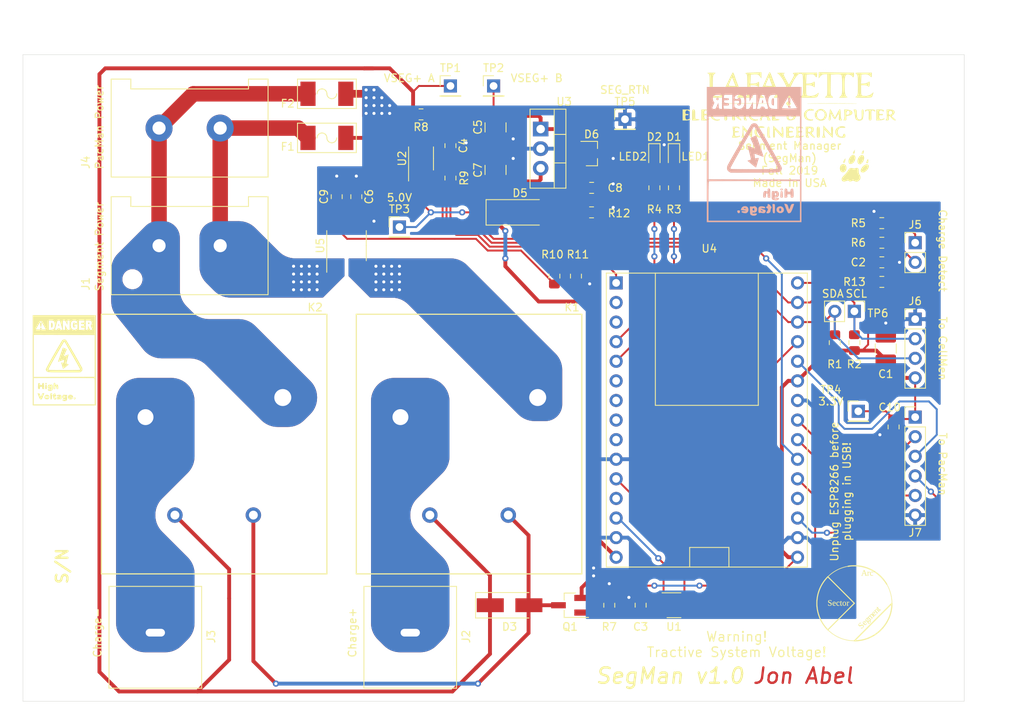
<source format=kicad_pcb>
(kicad_pcb (version 20171130) (host pcbnew "(5.1.4)-1")
  (title_block (title "SegMan Prototype") (date 2019-10-16) (rev 1.0) (company "Lafayette College") (comment 1 "SegMan Prototype Board") (comment 2 "Jon Abel"))
  (layers (0 F.Cu signal) (31 B.Cu signal) (34 B.Paste user) (35 F.Paste user) (36 B.SilkS user) (37 F.SilkS user) (38 B.Mask user) (39 F.Mask user) (44 Edge.Cuts user))
  (net 0 "")
  (net 1 /SEG_3V3)
  (net 2 /SEG_RTN)
  (net 3 /CHRG_DET)
  (net 4 "Net-(C3-Pad1)")
  (net 5 /SEG_5V)
  (net 6 /VSEG_FUSE_B)
  (net 7 "Net-(C6-Pad2)")
  (net 8 "Net-(C8-Pad1)")
  (net 9 "Net-(D1-Pad2)")
  (net 10 "Net-(D2-Pad2)")
  (net 11 "Net-(D3-Pad2)")
  (net 12 /VSEG_FUSE_A)
  (net 13 /VSEG+)
  (net 14 /VSEG-)
  (net 15 /CHRG+)
  (net 16 /CHRG-)
  (net 17 /CurrentSensor+)
  (net 18 /EN_CHRG)
  (net 19 /SDA_SEG)
  (net 20 /SCL_SEG)
  (net 21 /~ALERT)
  (net 22 /CURRENTSENSE)
  (net 23 "Net-(R10-Pad1)")
  (net 24 /~RESET_ESP)
  (net 25 /WATCHDOG)
  (net 26 "Net-(U4-Pad3)")
  (net 27 "Net-(U4-Pad2)")
  (net 28 "Net-(U4-Pad12)")
  (net 29 "Net-(U4-Pad7)")
  (net 30 "Net-(U4-Pad8)")
  (net 31 "Net-(U4-Pad6)")
  (net 32 "Net-(U4-Pad9)")
  (net 33 /MISC_FROM_PAC)
  (net 34 /SDA_PAC)
  (net 35 /MISC_TO_PAC)
  (net 36 /SCL_PAC)
  (net 37 /LED1)
  (net 38 /LED2)
  (net 39 "Net-(U4-Pad19)")
  (net 40 "Net-(J5-Pad2)")
  (net 41 "Net-(J5-Pad1)")
  (module Lafayette_Electric_Car_Footprints:segment (layer F.Cu) (at 185.166 134.112)
    (fp_text reference G*** hide)
    (fp_text value LOGO hide)
  )
  (module Lafayette_Electric_Car_Footprints:highvoltagesmall (layer F.Cu) (at 82.804 102.616)
    (fp_text reference G*** hide)
    (fp_text value LOGO hide)
  )
  (module Lafayette_Electric_Car_Footprints:highvoltage (layer B.Cu) (at 172.212 75.946 180)
    (fp_text reference G*** hide)
    (fp_text value LOGO hide)
  )
  (module Lafayette_Electric_Car_Footprints:Paw (layer F.Cu) (at 185.166 77.47)
    (fp_text reference G*** hide)
    (fp_text value LOGO hide)
  )
  (module Lafayette_Electric_Car_Footprints:ECE_Logo_Jon (layer F.Cu) (at 176.784 69.596)
    (fp_text reference G*** hide)
    (fp_text value LOGO hide)
  )
  (module MountingHole:MountingHole_4.5mm (layer F.Cu) (at 194.31 141.732)
    (fp_text reference REF** hide)
    (fp_text value MountingHole_4.5mm)
    (pad 1 np_thru_hole circle (at 0 0) (size 4.5 4.5) (drill 4.5) (layers *.Cu *.Mask))
  )
  (module MountingHole:MountingHole_4.5mm (layer F.Cu) (at 82.55 141.732)
    (fp_text reference REF** hide)
    (fp_text value MountingHole_4.5mm)
    (pad 1 np_thru_hole circle (at 0 0) (size 4.5 4.5) (drill 4.5) (layers *.Cu *.Mask))
  )
  (module MountingHole:MountingHole_4.5mm (layer F.Cu) (at 82.55 68.072)
    (fp_text reference REF** hide)
    (fp_text value MountingHole_4.5mm)
    (pad 1 np_thru_hole circle (at 0 0) (size 4.5 4.5) (drill 4.5) (layers *.Cu *.Mask))
  )
  (module MountingHole:MountingHole_4.5mm (layer F.Cu) (at 194.31 68.072)
    (fp_text reference REF** hide)
    (fp_text value MountingHole_4.5mm)
    (pad 1 np_thru_hole circle (at 0 0) (size 4.5 4.5) (drill 4.5) (layers *.Cu *.Mask))
  )
  (module Lafayette_Electric_Car_Footprints:NodeMCUESP8266 (layer F.Cu) (at 154.305 92.583)
    (fp_text reference U4 (at 12.065 -4.445) (layer F.SilkS))
    (fp_text value ESP8266NodeMCUDevKit)
    (pad 3 thru_hole oval (at 0 5.08) (size 1.7 1.7) (drill 1) (layers *.Cu *.Mask) (net 26 "Net-(U4-Pad3)"))
    (pad 10 thru_hole oval (at 0 22.86) (size 1.7 1.7) (drill 1) (layers *.Cu *.Mask) (net 2 /SEG_RTN))
    (pad 14 thru_hole oval (at 0 33.02) (size 1.7 1.7) (drill 1) (layers *.Cu *.Mask) (net 2 /SEG_RTN))
    (pad 13 thru_hole oval (at 0 30.48) (size 1.7 1.7) (drill 1) (layers *.Cu *.Mask) (net 24 /~RESET_ESP))
    (pad 2 thru_hole oval (at 0 2.54) (size 1.7 1.7) (drill 1) (layers *.Cu *.Mask) (net 27 "Net-(U4-Pad2)"))
    (pad 5 thru_hole oval (at 0 10.16) (size 1.7 1.7) (drill 1) (layers *.Cu *.Mask) (net 37 /LED1))
    (pad 1 thru_hole rect (at 0 0) (size 1.7 1.7) (drill 1) (layers *.Cu *.Mask) (net 23 "Net-(R10-Pad1)"))
    (pad 15 thru_hole oval (at 0 35.56) (size 1.7 1.7) (drill 1) (layers *.Cu *.Mask) (net 5 /SEG_5V))
    (pad 12 thru_hole oval (at 0 27.94) (size 1.7 1.7) (drill 1) (layers *.Cu *.Mask) (net 28 "Net-(U4-Pad12)"))
    (pad 11 thru_hole oval (at 0 25.4) (size 1.7 1.7) (drill 1) (layers *.Cu *.Mask) (net 1 /SEG_3V3))
    (pad 7 thru_hole oval (at 0 15.24) (size 1.7 1.7) (drill 1) (layers *.Cu *.Mask) (net 29 "Net-(U4-Pad7)"))
    (pad 8 thru_hole oval (at 0 17.78) (size 1.7 1.7) (drill 1) (layers *.Cu *.Mask) (net 30 "Net-(U4-Pad8)"))
    (pad 6 thru_hole oval (at 0 12.7) (size 1.7 1.7) (drill 1) (layers *.Cu *.Mask) (net 31 "Net-(U4-Pad6)"))
    (pad 9 thru_hole oval (at 0 20.32) (size 1.7 1.7) (drill 1) (layers *.Cu *.Mask) (net 32 "Net-(U4-Pad9)"))
    (pad 4 thru_hole oval (at 0 7.62) (size 1.7 1.7) (drill 1) (layers *.Cu *.Mask) (net 38 /LED2))
    (pad 18 thru_hole oval (at 23.495 30.48 180) (size 1.7 1.7) (drill 1) (layers *.Cu *.Mask) (net 33 /MISC_FROM_PAC))
    (pad 27 thru_hole oval (at 23.495 7.62 180) (size 1.7 1.7) (drill 1) (layers *.Cu *.Mask) (net 18 /EN_CHRG))
    (pad 29 thru_hole oval (at 23.495 2.54 180) (size 1.7 1.7) (drill 1) (layers *.Cu *.Mask) (net 20 /SCL_SEG))
    (pad 20 thru_hole oval (at 23.495 25.4 180) (size 1.7 1.7) (drill 1) (layers *.Cu *.Mask) (net 25 /WATCHDOG))
    (pad 28 thru_hole oval (at 23.495 5.08 180) (size 1.7 1.7) (drill 1) (layers *.Cu *.Mask) (net 19 /SDA_SEG))
    (pad 21 thru_hole oval (at 23.495 22.86 180) (size 1.7 1.7) (drill 1) (layers *.Cu *.Mask) (net 21 /~ALERT))
    (pad 30 thru_hole oval (at 23.495 0 180) (size 1.7 1.7) (drill 1) (layers *.Cu *.Mask) (net 3 /CHRG_DET))
    (pad 17 thru_hole oval (at 23.495 33.02 180) (size 1.7 1.7) (drill 1) (layers *.Cu *.Mask) (net 2 /SEG_RTN))
    (pad 23 thru_hole oval (at 23.495 17.78 180) (size 1.7 1.7) (drill 1) (layers *.Cu *.Mask) (net 34 /SDA_PAC))
    (pad 19 thru_hole oval (at 23.495 27.94 180) (size 1.7 1.7) (drill 1) (layers *.Cu *.Mask) (net 39 "Net-(U4-Pad19)"))
    (pad 26 thru_hole oval (at 23.495 10.16 180) (size 1.7 1.7) (drill 1) (layers *.Cu *.Mask) (net 35 /MISC_TO_PAC))
    (pad 22 thru_hole oval (at 23.495 20.32 180) (size 1.7 1.7) (drill 1) (layers *.Cu *.Mask) (net 36 /SCL_PAC))
    (pad 16 thru_hole oval (at 23.495 35.56 180) (size 1.7 1.7) (drill 1) (layers *.Cu *.Mask) (net 1 /SEG_3V3))
    (pad 25 thru_hole oval (at 23.495 12.7 180) (size 1.7 1.7) (drill 1) (layers *.Cu *.Mask) (net 1 /SEG_3V3))
    (pad 24 thru_hole oval (at 23.495 15.24 180) (size 1.7 1.7) (drill 1) (layers *.Cu *.Mask) (net 2 /SEG_RTN))
  )
  (module Capacitor_SMD:C_1210_3225Metric_Pad1.42x2.65mm_HandSolder (layer F.Cu) (at 189.23 101.092 270)
    (fp_text reference C1 (at 3.302 0 180) (layer F.SilkS))
    (fp_text value 10u)
    (pad 2 smd roundrect (at 1.4875 0 270) (size 1.425 2.65) (layers F.Cu F.Paste F.Mask) (roundrect_rratio 0.175439) (net 1 /SEG_3V3))
    (pad 1 smd roundrect (at -1.4875 0 270) (size 1.425 2.65) (layers F.Cu F.Paste F.Mask) (roundrect_rratio 0.175439) (net 2 /SEG_RTN))
  )
  (module Capacitor_SMD:C_0805_2012Metric_Pad1.15x1.40mm_HandSolder (layer F.Cu) (at 188.722 89.916 180)
    (fp_text reference C2 (at 3.048 0) (layer F.SilkS))
    (fp_text value 0.1u)
    (pad 2 smd roundrect (at 1.025 0 180) (size 1.15 1.4) (layers F.Cu F.Paste F.Mask) (roundrect_rratio 0.217391) (net 3 /CHRG_DET))
    (pad 1 smd roundrect (at -1.025 0 180) (size 1.15 1.4) (layers F.Cu F.Paste F.Mask) (roundrect_rratio 0.217391) (net 2 /SEG_RTN))
  )
  (module Capacitor_SMD:C_0805_2012Metric_Pad1.15x1.40mm_HandSolder (layer F.Cu) (at 157.48 134.357 90)
    (fp_text reference C3 (at -2.803 0 180) (layer F.SilkS))
    (fp_text value 0.1u)
    (pad 1 smd roundrect (at -1.025 0 90) (size 1.15 1.4) (layers F.Cu F.Paste F.Mask) (roundrect_rratio 0.217391) (net 4 "Net-(C3-Pad1)"))
    (pad 2 smd roundrect (at 1.025 0 90) (size 1.15 1.4) (layers F.Cu F.Paste F.Mask) (roundrect_rratio 0.217391) (net 2 /SEG_RTN))
  )
  (module Capacitor_SMD:C_0805_2012Metric_Pad1.15x1.40mm_HandSolder (layer F.Cu) (at 132.842 74.794 270)
    (fp_text reference C4 (at 0 -1.65 90) (layer F.SilkS))
    (fp_text value 0.1u)
    (pad 2 smd roundrect (at 1.025 0 270) (size 1.15 1.4) (layers F.Cu F.Paste F.Mask) (roundrect_rratio 0.217391) (net 5 /SEG_5V))
    (pad 1 smd roundrect (at -1.025 0 270) (size 1.15 1.4) (layers F.Cu F.Paste F.Mask) (roundrect_rratio 0.217391) (net 2 /SEG_RTN))
  )
  (module Capacitor_SMD:C_1210_3225Metric_Pad1.42x2.65mm_HandSolder (layer F.Cu) (at 138.684 72.4265 270)
    (fp_text reference C5 (at -0.0365 2.286 90) (layer F.SilkS))
    (fp_text value 10u)
    (pad 1 smd roundrect (at -1.4875 0 270) (size 1.425 2.65) (layers F.Cu F.Paste F.Mask) (roundrect_rratio 0.175439) (net 6 /VSEG_FUSE_B))
    (pad 2 smd roundrect (at 1.4875 0 270) (size 1.425 2.65) (layers F.Cu F.Paste F.Mask) (roundrect_rratio 0.175439) (net 2 /SEG_RTN))
  )
  (module Capacitor_SMD:C_1210_3225Metric_Pad1.42x2.65mm_HandSolder (layer F.Cu) (at 138.684 77.9415 90)
    (fp_text reference C7 (at -0.0365 -2.286 90) (layer F.SilkS))
    (fp_text value 22u)
    (pad 1 smd roundrect (at -1.4875 0 90) (size 1.425 2.65) (layers F.Cu F.Paste F.Mask) (roundrect_rratio 0.175439) (net 5 /SEG_5V))
    (pad 2 smd roundrect (at 1.4875 0 90) (size 1.425 2.65) (layers F.Cu F.Paste F.Mask) (roundrect_rratio 0.175439) (net 2 /SEG_RTN))
  )
  (module Capacitor_SMD:C_0805_2012Metric_Pad1.15x1.40mm_HandSolder (layer F.Cu) (at 151.13 80.264)
    (fp_text reference C8 (at 3.048 0) (layer F.SilkS))
    (fp_text value C)
    (pad 1 smd roundrect (at -1.025 0) (size 1.15 1.4) (layers F.Cu F.Paste F.Mask) (roundrect_rratio 0.217391) (net 8 "Net-(C8-Pad1)"))
    (pad 2 smd roundrect (at 1.025 0) (size 1.15 1.4) (layers F.Cu F.Paste F.Mask) (roundrect_rratio 0.217391) (net 2 /SEG_RTN))
  )
  (module LED_SMD:LED_0603_1608Metric_Pad1.05x0.95mm_HandSolder (layer F.Cu) (at 159.258 76.2 270)
    (fp_text reference D2 (at -2.54 0 180) (layer F.SilkS))
    (fp_text value LED)
    (pad 1 smd roundrect (at -0.875 0 270) (size 1.05 0.95) (layers F.Cu F.Paste F.Mask) (net 2 /SEG_RTN))
    (pad 2 smd roundrect (at 0.875 0 270) (size 1.05 0.95) (layers F.Cu F.Paste F.Mask) (net 10 "Net-(D2-Pad2)"))
  )
  (module Diode_SMD:D_SMA_Handsoldering (layer F.Cu) (at 141.859 83.439)
    (fp_text reference D5 (at 0 -2.5) (layer F.SilkS))
    (fp_text value D_Zener)
    (pad 1 smd rect (at -2.5 0) (size 3.5 1.8) (layers F.Cu F.Paste F.Mask) (net 5 /SEG_5V))
    (pad 2 smd rect (at 2.5 0) (size 3.5 1.8) (layers F.Cu F.Paste F.Mask) (net 8 "Net-(C8-Pad1)"))
  )
  (module Package_TO_SOT_SMD:SOT-23 (layer F.Cu) (at 151.13 75.819)
    (fp_text reference D6 (at 0 -2.5) (layer F.SilkS))
    (fp_text value Q_SCR_AGK)
    (pad 1 smd rect (at -1 -0.95) (size 0.9 0.8) (layers F.Cu F.Paste F.Mask) (net 6 /VSEG_FUSE_B))
    (pad 2 smd rect (at -1 0.95) (size 0.9 0.8) (layers F.Cu F.Paste F.Mask) (net 8 "Net-(C8-Pad1)"))
    (pad 3 smd rect (at 1 0) (size 0.9 0.8) (layers F.Cu F.Paste F.Mask) (net 2 /SEG_RTN))
  )
  (module Connector_PinHeader_2.54mm:PinHeader_1x02_P2.54mm_Vertical (layer F.Cu) (at 193.04 87.376)
    (fp_text reference J5 (at 0 -2.33) (layer F.SilkS))
    (fp_text value ChrgDetect)
    (pad 2 thru_hole oval (at 0 2.54) (size 1.7 1.7) (drill 1) (layers *.Cu *.Mask) (net 40 "Net-(J5-Pad2)"))
    (pad 1 thru_hole rect (at 0 0) (size 1.7 1.7) (drill 1) (layers *.Cu *.Mask) (net 41 "Net-(J5-Pad1)"))
  )
  (module Resistor_SMD:R_0805_2012Metric_Pad1.15x1.40mm_HandSolder (layer F.Cu) (at 182.626 100.33 90)
    (fp_text reference R1 (at -2.794 0 180) (layer F.SilkS))
    (fp_text value 5k)
    (pad 1 smd roundrect (at -1.025 0 90) (size 1.15 1.4) (layers F.Cu F.Paste F.Mask) (roundrect_rratio 0.217391) (net 1 /SEG_3V3))
    (pad 2 smd roundrect (at 1.025 0 90) (size 1.15 1.4) (layers F.Cu F.Paste F.Mask) (roundrect_rratio 0.217391) (net 19 /SDA_SEG))
  )
  (module Resistor_SMD:R_0805_2012Metric_Pad1.15x1.40mm_HandSolder (layer F.Cu) (at 185.166 100.33 90)
    (fp_text reference R2 (at -2.794 0 180) (layer F.SilkS))
    (fp_text value 5k)
    (pad 2 smd roundrect (at 1.025 0 90) (size 1.15 1.4) (layers F.Cu F.Paste F.Mask) (roundrect_rratio 0.217391) (net 20 /SCL_SEG))
    (pad 1 smd roundrect (at -1.025 0 90) (size 1.15 1.4) (layers F.Cu F.Paste F.Mask) (roundrect_rratio 0.217391) (net 1 /SEG_3V3))
  )
  (module Resistor_SMD:R_0805_2012Metric_Pad1.15x1.40mm_HandSolder (layer F.Cu) (at 159.258 80.255 270)
    (fp_text reference R4 (at 2.803 0 180) (layer F.SilkS))
    (fp_text value 270)
    (pad 2 smd roundrect (at 1.025 0 270) (size 1.15 1.4) (layers F.Cu F.Paste F.Mask) (roundrect_rratio 0.217391) (net 38 /LED2))
    (pad 1 smd roundrect (at -1.025 0 270) (size 1.15 1.4) (layers F.Cu F.Paste F.Mask) (roundrect_rratio 0.217391) (net 10 "Net-(D2-Pad2)"))
  )
  (module Resistor_SMD:R_0805_2012Metric_Pad1.15x1.40mm_HandSolder (layer F.Cu) (at 188.713 84.836)
    (fp_text reference R5 (at -3.039 0) (layer F.SilkS))
    (fp_text value 5k)
    (pad 2 smd roundrect (at 1.025 0) (size 1.15 1.4) (layers F.Cu F.Paste F.Mask) (roundrect_rratio 0.217391) (net 41 "Net-(J5-Pad1)"))
    (pad 1 smd roundrect (at -1.025 0) (size 1.15 1.4) (layers F.Cu F.Paste F.Mask) (roundrect_rratio 0.217391) (net 2 /SEG_RTN))
  )
  (module Resistor_SMD:R_0805_2012Metric_Pad1.15x1.40mm_HandSolder (layer F.Cu) (at 188.722 87.376)
    (fp_text reference R6 (at -3.048 0) (layer F.SilkS))
    (fp_text value 5k)
    (pad 1 smd roundrect (at -1.025 0) (size 1.15 1.4) (layers F.Cu F.Paste F.Mask) (roundrect_rratio 0.217391) (net 3 /CHRG_DET))
    (pad 2 smd roundrect (at 1.025 0) (size 1.15 1.4) (layers F.Cu F.Paste F.Mask) (roundrect_rratio 0.217391) (net 40 "Net-(J5-Pad2)"))
  )
  (module Resistor_SMD:R_0805_2012Metric_Pad1.15x1.40mm_HandSolder (layer F.Cu) (at 129.032 70.739 180)
    (fp_text reference R8 (at 0 -1.65) (layer F.SilkS))
    (fp_text value 0.5)
    (pad 2 smd roundrect (at 1.025 0 180) (size 1.15 1.4) (layers F.Cu F.Paste F.Mask) (roundrect_rratio 0.217391) (net 12 /VSEG_FUSE_A))
    (pad 1 smd roundrect (at -1.025 0 180) (size 1.15 1.4) (layers F.Cu F.Paste F.Mask) (roundrect_rratio 0.217391) (net 6 /VSEG_FUSE_B))
  )
  (module Resistor_SMD:R_0805_2012Metric_Pad1.15x1.40mm_HandSolder (layer F.Cu) (at 132.842 78.994 90)
    (fp_text reference R9 (at 0 1.778 90) (layer F.SilkS))
    (fp_text value 10k)
    (pad 1 smd roundrect (at -1.025 0 90) (size 1.15 1.4) (layers F.Cu F.Paste F.Mask) (roundrect_rratio 0.217391) (net 21 /~ALERT))
    (pad 2 smd roundrect (at 1.025 0 90) (size 1.15 1.4) (layers F.Cu F.Paste F.Mask) (roundrect_rratio 0.217391) (net 5 /SEG_5V))
  )
  (module Resistor_SMD:R_0805_2012Metric_Pad1.15x1.40mm_HandSolder (layer F.Cu) (at 146.304 91.703 270)
    (fp_text reference R10 (at -2.803 0.254 180) (layer F.SilkS))
    (fp_text value 10k)
    (pad 2 smd roundrect (at 1.025 0 270) (size 1.15 1.4) (layers F.Cu F.Paste F.Mask) (roundrect_rratio 0.217391) (net 22 /CURRENTSENSE))
    (pad 1 smd roundrect (at -1.025 0 270) (size 1.15 1.4) (layers F.Cu F.Paste F.Mask) (roundrect_rratio 0.217391) (net 23 "Net-(R10-Pad1)"))
  )
  (module Resistor_SMD:R_0805_2012Metric_Pad1.15x1.40mm_HandSolder (layer F.Cu) (at 149.098 91.703 90)
    (fp_text reference R11 (at 2.803 0.254 180) (layer F.SilkS))
    (fp_text value 22k)
    (pad 2 smd roundrect (at 1.025 0 90) (size 1.15 1.4) (layers F.Cu F.Paste F.Mask) (roundrect_rratio 0.217391) (net 23 "Net-(R10-Pad1)"))
    (pad 1 smd roundrect (at -1.025 0 90) (size 1.15 1.4) (layers F.Cu F.Paste F.Mask) (roundrect_rratio 0.217391) (net 2 /SEG_RTN))
  )
  (module Resistor_SMD:R_0805_2012Metric_Pad1.15x1.40mm_HandSolder (layer F.Cu) (at 151.121 83.439)
    (fp_text reference R12 (at 3.565 0.127) (layer F.SilkS))
    (fp_text value R)
    (pad 1 smd roundrect (at -1.025 0) (size 1.15 1.4) (layers F.Cu F.Paste F.Mask) (roundrect_rratio 0.217391) (net 8 "Net-(C8-Pad1)"))
    (pad 2 smd roundrect (at 1.025 0) (size 1.15 1.4) (layers F.Cu F.Paste F.Mask) (roundrect_rratio 0.217391) (net 2 /SEG_RTN))
  )
  (module Resistor_SMD:R_0805_2012Metric_Pad1.15x1.40mm_HandSolder (layer F.Cu) (at 188.722 92.456 180)
    (fp_text reference R13 (at 3.556 0) (layer F.SilkS))
    (fp_text value 500k)
    (pad 2 smd roundrect (at 1.025 0 180) (size 1.15 1.4) (layers F.Cu F.Paste F.Mask) (roundrect_rratio 0.217391) (net 3 /CHRG_DET))
    (pad 1 smd roundrect (at -1.025 0 180) (size 1.15 1.4) (layers F.Cu F.Paste F.Mask) (roundrect_rratio 0.217391) (net 1 /SEG_3V3))
  )
  (module Connector_PinHeader_2.54mm:PinHeader_1x01_P2.54mm_Vertical (layer F.Cu) (at 132.842 67.056)
    (fp_text reference TP1 (at 0 -2.33) (layer F.SilkS))
    (fp_text value TestPoint)
    (pad 1 thru_hole rect (at 0 0) (size 1.7 1.7) (drill 1) (layers *.Cu *.Mask) (net 12 /VSEG_FUSE_A))
  )
  (module Connector_PinHeader_2.54mm:PinHeader_1x01_P2.54mm_Vertical (layer F.Cu) (at 138.43 67.056)
    (fp_text reference TP2 (at 0 -2.33) (layer F.SilkS))
    (fp_text value TestPoint)
    (pad 1 thru_hole rect (at 0 0) (size 1.7 1.7) (drill 1) (layers *.Cu *.Mask) (net 6 /VSEG_FUSE_B))
  )
  (module Connector_PinHeader_2.54mm:PinHeader_1x01_P2.54mm_Vertical (layer F.Cu) (at 126.238 85.344)
    (fp_text reference TP3 (at 0 -2.33) (layer F.SilkS))
    (fp_text value TestPoint)
    (pad 1 thru_hole rect (at 0 0) (size 1.7 1.7) (drill 1) (layers *.Cu *.Mask) (net 5 /SEG_5V))
  )
  (module Connector_PinHeader_2.54mm:PinHeader_1x01_P2.54mm_Vertical (layer F.Cu) (at 185.674 109.22)
    (fp_text reference TP4 (at -3.556 -2.794) (layer F.SilkS))
    (fp_text value TestPoint)
    (pad 1 thru_hole rect (at 0 0) (size 1.7 1.7) (drill 1) (layers *.Cu *.Mask) (net 1 /SEG_3V3))
  )
  (module Connector_PinHeader_2.54mm:PinHeader_1x01_P2.54mm_Vertical (layer F.Cu) (at 155.448 71.374)
    (fp_text reference TP5 (at 0 -2.286) (layer F.SilkS))
    (fp_text value TestPoint)
    (pad 1 thru_hole rect (at 0 0) (size 1.7 1.7) (drill 1) (layers *.Cu *.Mask) (net 2 /SEG_RTN))
  )
  (module Connector_PinHeader_2.54mm:PinHeader_1x02_P2.54mm_Vertical (layer F.Cu) (at 185.166 96.266 270)
    (fp_text reference TP6 (at 0.254 -3.048 180) (layer F.SilkS))
    (fp_text value TestPoint_2Pole)
    (pad 2 thru_hole oval (at 0 2.54 270) (size 1.7 1.7) (drill 1) (layers *.Cu *.Mask) (net 19 /SDA_SEG))
    (pad 1 thru_hole rect (at 0 0 270) (size 1.7 1.7) (drill 1) (layers *.Cu *.Mask) (net 20 /SCL_SEG))
  )
  (module Package_TO_SOT_SMD:SOT-23-5_HandSoldering (layer F.Cu) (at 161.798 134.366)
    (fp_text reference U1 (at 0 2.794) (layer F.SilkS))
    (fp_text value ADM6320)
    (pad 1 smd rect (at -1.35 -0.95) (size 1.56 0.65) (layers F.Cu F.Paste F.Mask) (net 24 /~RESET_ESP))
    (pad 2 smd rect (at -1.35 0) (size 1.56 0.65) (layers F.Cu F.Paste F.Mask) (net 2 /SEG_RTN))
    (pad 3 smd rect (at -1.35 0.95) (size 1.56 0.65) (layers F.Cu F.Paste F.Mask) (net 4 "Net-(C3-Pad1)"))
    (pad 4 smd rect (at 1.35 0.95) (size 1.56 0.65) (layers F.Cu F.Paste F.Mask) (net 25 /WATCHDOG))
    (pad 5 smd rect (at 1.35 -0.95) (size 1.56 0.65) (layers F.Cu F.Paste F.Mask) (net 1 /SEG_3V3))
  )
  (module Package_SO:VSSOP-10_3x3mm_P0.5mm (layer F.Cu) (at 129.032 76.454 90)
    (fp_text reference U2 (at 0 -2.45 90) (layer F.SilkS))
    (fp_text value INA226)
    (pad 10 smd roundrect (at 2.2 -1 90) (size 1.45 0.3) (layers F.Cu F.Paste F.Mask) (net 12 /VSEG_FUSE_A))
    (pad 9 smd roundrect (at 2.2 -0.5 90) (size 1.45 0.3) (layers F.Cu F.Paste F.Mask) (net 6 /VSEG_FUSE_B))
    (pad 8 smd roundrect (at 2.2 0 90) (size 1.45 0.3) (layers F.Cu F.Paste F.Mask) (net 12 /VSEG_FUSE_A))
    (pad 7 smd roundrect (at 2.2 0.5 90) (size 1.45 0.3) (layers F.Cu F.Paste F.Mask) (net 2 /SEG_RTN))
    (pad 6 smd roundrect (at 2.2 1 90) (size 1.45 0.3) (layers F.Cu F.Paste F.Mask) (net 5 /SEG_5V))
    (pad 5 smd roundrect (at -2.2 1 90) (size 1.45 0.3) (layers F.Cu F.Paste F.Mask) (net 20 /SCL_SEG))
    (pad 4 smd roundrect (at -2.2 0.5 90) (size 1.45 0.3) (layers F.Cu F.Paste F.Mask) (net 19 /SDA_SEG))
    (pad 3 smd roundrect (at -2.2 0 90) (size 1.45 0.3) (layers F.Cu F.Paste F.Mask) (net 21 /~ALERT))
    (pad 2 smd roundrect (at -2.2 -0.5 90) (size 1.45 0.3) (layers F.Cu F.Paste F.Mask) (net 2 /SEG_RTN))
    (pad 1 smd roundrect (at -2.2 -1 90) (size 1.45 0.3) (layers F.Cu F.Paste F.Mask) (net 2 /SEG_RTN))
  )
  (module Package_TO_SOT_THT:TO-220-3_Vertical (layer F.Cu) (at 144.526 72.644 270)
    (fp_text reference U3 (at -3.556 -3.048 180) (layer F.SilkS))
    (fp_text value V7805-500)
    (pad 1 thru_hole rect (at 0 0 270) (size 1.905 2) (drill 1.1) (layers *.Cu *.Mask) (net 6 /VSEG_FUSE_B))
    (pad 2 thru_hole oval (at 2.54 0 270) (size 1.905 2) (drill 1.1) (layers *.Cu *.Mask) (net 2 /SEG_RTN))
    (pad 3 thru_hole oval (at 5.08 0 270) (size 1.905 2) (drill 1.1) (layers *.Cu *.Mask) (net 5 /SEG_5V))
  )
  (module Capacitor_SMD:C_0805_2012Metric_Pad1.15x1.40mm_HandSolder (layer F.Cu) (at 120.65 81.407 270)
    (fp_text reference C6 (at 0 -1.65 90) (layer F.SilkS))
    (fp_text value 1n)
    (pad 2 smd roundrect (at 1.025 0 270) (size 1.15 1.4) (layers F.Cu F.Paste F.Mask) (roundrect_rratio 0.217391) (net 7 "Net-(C6-Pad2)"))
    (pad 1 smd roundrect (at -1.025 0 270) (size 1.15 1.4) (layers F.Cu F.Paste F.Mask) (roundrect_rratio 0.217391) (net 2 /SEG_RTN))
  )
  (module Capacitor_SMD:C_0805_2012Metric_Pad1.15x1.40mm_HandSolder (layer F.Cu) (at 118.11 81.407 90)
    (fp_text reference C9 (at 0 -1.65 90) (layer F.SilkS))
    (fp_text value 1u)
    (pad 1 smd roundrect (at -1.025 0 90) (size 1.15 1.4) (layers F.Cu F.Paste F.Mask) (roundrect_rratio 0.217391) (net 5 /SEG_5V))
    (pad 2 smd roundrect (at 1.025 0 90) (size 1.15 1.4) (layers F.Cu F.Paste F.Mask) (roundrect_rratio 0.217391) (net 2 /SEG_RTN))
  )
  (module LED_SMD:LED_0603_1608Metric_Pad1.05x0.95mm_HandSolder (layer F.Cu) (at 161.798 76.2 270)
    (fp_text reference D1 (at -2.54 0 180) (layer F.SilkS))
    (fp_text value LED)
    (pad 2 smd roundrect (at 0.875 0 270) (size 1.05 0.95) (layers F.Cu F.Paste F.Mask) (net 9 "Net-(D1-Pad2)"))
    (pad 1 smd roundrect (at -0.875 0 270) (size 1.05 0.95) (layers F.Cu F.Paste F.Mask) (net 2 /SEG_RTN))
  )
  (module Lafayette_Electric_Car_Footprints:0451.125MRL (layer F.Cu) (at 116.84 73.787)
    (fp_text reference F1 (at -5.08 1.143) (layer F.SilkS))
    (fp_text value 125mA)
    (pad 1 smd rect (at -2.45 0) (size 1.96 3.15) (layers F.Cu F.Paste F.Mask) (net 13 /VSEG+))
    (pad 2 smd rect (at 2.45 0) (size 1.96 3.15) (layers F.Cu F.Paste F.Mask) (net 12 /VSEG_FUSE_A))
  )
  (module Lafayette_Electric_Car_Footprints:0451.125MRL (layer F.Cu) (at 116.84 68.072)
    (fp_text reference F2 (at -5.08 1.27) (layer F.SilkS))
    (fp_text value 125mA)
    (pad 2 smd rect (at 2.45 0) (size 1.96 3.15) (layers F.Cu F.Paste F.Mask) (net 2 /SEG_RTN))
    (pad 1 smd rect (at -2.45 0) (size 1.96 3.15) (layers F.Cu F.Paste F.Mask) (net 14 /VSEG-))
  )
  (module Lafayette_Electric_Car_Footprints:DF22-2P-7.92 (layer F.Cu) (at 99.06 87.757 180)
    (fp_text reference J1 (at 13.462 -4.953 90) (layer F.SilkS))
    (fp_text value SegPower)
    (pad "" np_thru_hole circle (at 7.41 -4.35 180) (size 1.6 1.6) (drill 1.6) (layers *.Cu *.Mask))
    (pad 2 thru_hole circle (at 3.96 0 180) (size 3.5 3.5) (drill 1.7) (layers *.Cu *.Mask) (net 14 /VSEG-))
    (pad 1 thru_hole circle (at -3.96 0 180) (size 3.5 3.5) (drill 1.7) (layers *.Cu *.Mask) (net 13 /VSEG+))
  )
  (module Lafayette_Electric_Car_Footprints:DF22-1P-7.92 (layer F.Cu) (at 127.635 137.922)
    (fp_text reference J2 (at 7.239 0.508 90) (layer F.SilkS))
    (fp_text value CHRG+)
    (pad "" np_thru_hole oval (at 4.9 3.2) (size 1.3 3.4) (drill oval 1.3 3.4) (layers *.Cu *.Mask))
    (pad "" np_thru_hole oval (at -4.9 3.2) (size 1.3 3.4) (drill oval 1.3 3.4) (layers *.Cu *.Mask))
    (pad 1 thru_hole roundrect (at 0 0) (size 4 3.5) (drill oval 2.5 1) (layers *.Cu *.Mask) (net 15 /CHRG+))
  )
  (module Lafayette_Electric_Car_Footprints:DF22-1P-7.92 (layer F.Cu) (at 94.615 137.922)
    (fp_text reference J3 (at 7.239 0.508 90) (layer F.SilkS))
    (fp_text value CHRG-)
    (pad 1 thru_hole roundrect (at 0 0) (size 4 3.5) (drill oval 2.5 1) (layers *.Cu *.Mask) (net 16 /CHRG-))
    (pad "" np_thru_hole oval (at -4.9 3.2) (size 1.3 3.4) (drill oval 1.3 3.4) (layers *.Cu *.Mask))
    (pad "" np_thru_hole oval (at 4.9 3.2) (size 1.3 3.4) (drill oval 1.3 3.4) (layers *.Cu *.Mask))
  )
  (module Lafayette_Electric_Car_Footprints:DF22-2P-7.92 (layer F.Cu) (at 99.06 72.517 180)
    (fp_text reference J4 (at 13.462 -4.445 90) (layer F.SilkS))
    (fp_text value PacPower)
    (pad 1 thru_hole circle (at -3.96 0 180) (size 3.5 3.5) (drill 1.7) (layers *.Cu *.Mask) (net 13 /VSEG+))
    (pad 2 thru_hole circle (at 3.96 0 180) (size 3.5 3.5) (drill 1.7) (layers *.Cu *.Mask) (net 14 /VSEG-))
    (pad "" np_thru_hole circle (at 7.41 -4.35 180) (size 1.6 1.6) (drill 1.6) (layers *.Cu *.Mask))
  )
  (module Lafayette_Electric_Car_Footprints:T9AS1D12 (layer F.Cu) (at 135.255 109.982)
    (fp_text reference K1 (at 13.335 -14.224) (layer F.SilkS))
    (fp_text value T9AS1D12-24 hide)
    (pad 2 thru_hole circle (at 5.08 12.7) (size 2 2) (drill 1.15) (layers *.Cu *.Mask) (net 11 "Net-(D3-Pad2)"))
    (pad 1 thru_hole circle (at -5.08 12.7) (size 2 2) (drill 1.15) (layers *.Cu *.Mask) (net 12 /VSEG_FUSE_A))
    (pad 3 thru_hole circle (at -8.89 0) (size 4 4) (drill 2.06) (layers *.Cu *.Mask) (net 15 /CHRG+))
    (pad 4 thru_hole circle (at 8.89 -2.54) (size 4 4) (drill 2.2) (layers *.Cu *.Mask) (net 17 /CurrentSensor+))
  )
  (module Lafayette_Electric_Car_Footprints:T9AS1D12 (layer F.Cu) (at 102.235 109.982)
    (fp_text reference K2 (at 13.081 -14.224) (layer F.SilkS))
    (fp_text value T9AS1D12-24 hide)
    (pad 4 thru_hole circle (at 8.89 -2.54) (size 4 4) (drill 2.2) (layers *.Cu *.Mask) (net 14 /VSEG-))
    (pad 3 thru_hole circle (at -8.89 0) (size 4 4) (drill 2.06) (layers *.Cu *.Mask) (net 16 /CHRG-))
    (pad 1 thru_hole circle (at -5.08 12.7) (size 2 2) (drill 1.15) (layers *.Cu *.Mask) (net 12 /VSEG_FUSE_A))
    (pad 2 thru_hole circle (at 5.08 12.7) (size 2 2) (drill 1.15) (layers *.Cu *.Mask) (net 11 "Net-(D3-Pad2)"))
  )
  (module Resistor_SMD:R_0805_2012Metric_Pad1.15x1.40mm_HandSolder (layer F.Cu) (at 161.798 80.255 270)
    (fp_text reference R3 (at 2.803 0 180) (layer F.SilkS))
    (fp_text value 270)
    (pad 2 smd roundrect (at 1.025 0 270) (size 1.15 1.4) (layers F.Cu F.Paste F.Mask) (roundrect_rratio 0.217391) (net 37 /LED1))
    (pad 1 smd roundrect (at -1.025 0 270) (size 1.15 1.4) (layers F.Cu F.Paste F.Mask) (roundrect_rratio 0.217391) (net 9 "Net-(D1-Pad2)"))
  )
  (module Resistor_SMD:R_0805_2012Metric_Pad1.15x1.40mm_HandSolder (layer F.Cu) (at 153.416 134.366 90)
    (fp_text reference R7 (at -2.794 0 180) (layer F.SilkS))
    (fp_text value 100k)
    (pad 2 smd roundrect (at 1.025 0 90) (size 1.15 1.4) (layers F.Cu F.Paste F.Mask) (roundrect_rratio 0.217391) (net 2 /SEG_RTN))
    (pad 1 smd roundrect (at -1.025 0 90) (size 1.15 1.4) (layers F.Cu F.Paste F.Mask) (roundrect_rratio 0.217391) (net 18 /EN_CHRG))
  )
  (module Package_SO:SO-8_3.9x4.9mm_P1.27mm (layer F.Cu) (at 119.38 87.757 90)
    (fp_text reference U5 (at 0 -3.4 90) (layer F.SilkS))
    (fp_text value ACHS-7122)
    (pad 1 smd roundrect (at -2.575 -1.905 90) (size 1.75 0.6) (layers F.Cu F.Paste F.Mask) (net 13 /VSEG+))
    (pad 2 smd roundrect (at -2.575 -0.635 90) (size 1.75 0.6) (layers F.Cu F.Paste F.Mask) (net 13 /VSEG+))
    (pad 3 smd roundrect (at -2.575 0.635 90) (size 1.75 0.6) (layers F.Cu F.Paste F.Mask) (net 17 /CurrentSensor+))
    (pad 4 smd roundrect (at -2.575 1.905 90) (size 1.75 0.6) (layers F.Cu F.Paste F.Mask) (net 17 /CurrentSensor+))
    (pad 5 smd roundrect (at 2.575 1.905 90) (size 1.75 0.6) (layers F.Cu F.Paste F.Mask) (net 2 /SEG_RTN))
    (pad 6 smd roundrect (at 2.575 0.635 90) (size 1.75 0.6) (layers F.Cu F.Paste F.Mask) (net 7 "Net-(C6-Pad2)"))
    (pad 7 smd roundrect (at 2.575 -0.635 90) (size 1.75 0.6) (layers F.Cu F.Paste F.Mask) (net 22 /CURRENTSENSE))
    (pad 8 smd roundrect (at 2.575 -1.905 90) (size 1.75 0.6) (layers F.Cu F.Paste F.Mask) (net 5 /SEG_5V))
  )
  (module Connector_PinHeader_2.54mm:PinHeader_1x04_P2.54mm_Vertical (layer F.Cu) (at 193.04 97.282)
    (fp_text reference J6 (at 0 -2.33) (layer F.SilkS))
    (fp_text value I2CSeg)
    (pad 1 thru_hole rect (at 0 0) (size 1.7 1.7) (drill 1) (layers *.Cu *.Mask) (net 2 /SEG_RTN))
    (pad 2 thru_hole oval (at 0 2.54) (size 1.7 1.7) (drill 1) (layers *.Cu *.Mask) (net 20 /SCL_SEG))
    (pad 3 thru_hole oval (at 0 5.08) (size 1.7 1.7) (drill 1) (layers *.Cu *.Mask) (net 19 /SDA_SEG))
    (pad 4 thru_hole oval (at 0 7.62) (size 1.7 1.7) (drill 1) (layers *.Cu *.Mask) (net 1 /SEG_3V3))
  )
  (module Connector_PinHeader_2.54mm:PinHeader_1x06_P2.54mm_Vertical (layer F.Cu) (at 193.04 109.982)
    (fp_text reference J7 (at 0 14.986) (layer F.SilkS))
    (fp_text value I2CPac)
    (pad 1 thru_hole rect (at 0 0) (size 1.7 1.7) (drill 1) (layers *.Cu *.Mask) (net 1 /SEG_3V3))
    (pad 2 thru_hole oval (at 0 2.54) (size 1.7 1.7) (drill 1) (layers *.Cu *.Mask) (net 34 /SDA_PAC))
    (pad 3 thru_hole oval (at 0 5.08) (size 1.7 1.7) (drill 1) (layers *.Cu *.Mask) (net 35 /MISC_TO_PAC))
    (pad 4 thru_hole oval (at 0 7.62) (size 1.7 1.7) (drill 1) (layers *.Cu *.Mask) (net 33 /MISC_FROM_PAC))
    (pad 5 thru_hole oval (at 0 10.16) (size 1.7 1.7) (drill 1) (layers *.Cu *.Mask) (net 36 /SCL_PAC))
    (pad 6 thru_hole oval (at 0 12.7) (size 1.7 1.7) (drill 1) (layers *.Cu *.Mask) (net 2 /SEG_RTN))
  )
  (module Capacitor_SMD:C_0805_2012Metric_Pad1.15x1.40mm_HandSolder (layer F.Cu) (at 190.246 111.252 90)
    (fp_text reference C10 (at 2.54 -0.508 180) (layer F.SilkS))
    (fp_text value 0.1u)
    (pad 1 smd roundrect (at -1.025 0 90) (size 1.15 1.4) (layers F.Cu F.Paste F.Mask) (roundrect_rratio 0.217391) (net 2 /SEG_RTN))
    (pad 2 smd roundrect (at 1.025 0 90) (size 1.15 1.4) (layers F.Cu F.Paste F.Mask) (roundrect_rratio 0.217391) (net 1 /SEG_3V3))
  )
  (module Diode_SMD:D_SMA_Handsoldering (layer F.Cu) (at 140.502 134.366)
    (fp_text reference D3 (at 0 2.794) (layer F.SilkS))
    (fp_text value S1B)
    (pad 1 smd rect (at -2.5 0) (size 3.5 1.8) (layers F.Cu F.Paste F.Mask) (net 12 /VSEG_FUSE_A))
    (pad 2 smd rect (at 2.5 0) (size 3.5 1.8) (layers F.Cu F.Paste F.Mask) (net 11 "Net-(D3-Pad2)"))
  )
  (module Package_TO_SOT_SMD:SOT-23_Handsoldering (layer F.Cu) (at 148.336 134.366 180)
    (fp_text reference Q1 (at 0 -2.794) (layer F.SilkS))
    (fp_text value BSS138W)
    (pad 1 smd rect (at -1.5 -0.95 180) (size 1.9 0.8) (layers F.Cu F.Paste F.Mask) (net 18 /EN_CHRG))
    (pad 2 smd rect (at -1.5 0.95 180) (size 1.9 0.8) (layers F.Cu F.Paste F.Mask) (net 2 /SEG_RTN))
    (pad 3 smd rect (at 1.5 0 180) (size 1.9 0.8) (layers F.Cu F.Paste F.Mask) (net 11 "Net-(D3-Pad2)"))
  )
  (gr_text SCL (at 185.42 93.98) (layer F.SilkS) (effects (font (size 1 1))))
  (gr_text SDA (at 182.372 93.98) (layer F.SilkS) (effects (font (size 1 1))))
  (gr_text "Unplug ESP8266 before\nplugging in USB!" (at 183.388 119.634 90) (layer F.SilkS) (effects (font (size 1 1))))
  (gr_text "Charge Detect" (at 196.596 88.392 270) (layer F.SilkS) (effects (font (size 1 1))))
  (gr_text "To PacMan" (at 196.596 116.078 270) (layer F.SilkS) (effects (font (size 1 1))))
  (gr_text "To CellMen" (at 196.596 101.092 270) (layer F.SilkS) (effects (font (size 1 1))))
  (gr_text "Warning!\nTractive System Voltage!" (at 169.926 139.446) (layer F.SilkS) (effects (font (size 1.25 1.25))))
  (gr_text LED2 (at 156.464 76.2) (layer F.SilkS) (effects (font (size 1 1))))
  (gr_text LED1 (at 164.592 76.2) (layer F.SilkS) (effects (font (size 1 1))))
  (gr_text SEG_RTN (at 155.448 67.564) (layer F.SilkS) (effects (font (size 1 1))))
  (gr_text "VSEG+ B" (at 144.018 66.04) (layer F.SilkS) (effects (font (size 1 1))))
  (gr_text "VSEG+ A" (at 127.508 66.04) (layer F.SilkS) (effects (font (size 1 1))))
  (gr_text 5.0V (at 126.238 81.534) (layer F.SilkS) (effects (font (size 1 1))))
  (gr_text 3.3V (at 182.118 107.95) (layer F.SilkS) (effects (font (size 1 1))))
  (gr_text Charge+ (at 120.142 137.922 90) (layer F.SilkS) (effects (font (size 1 1))))
  (gr_text Charge- (at 87.122 137.922 90) (layer F.SilkS) (effects (font (size 1 1))))
  (gr_text "PacMan Power" (at 87.376 72.39 90) (layer F.SilkS) (effects (font (size 1 1))))
  (gr_text "Segment Power" (at 87.376 87.884 90) (layer F.SilkS) (effects (font (size 1 1))))
  (gr_text S/N (at 82.55 129.286 90) (layer F.SilkS) (effects (font (size 1.5 1.5) (thickness 0.3))))
  (gr_text "Jon Abel" (at 178.562 143.51) (layer F.Cu) (effects (font (size 2 2) (thickness 0.3) italic)))
  (gr_text "SegMan v1.0" (at 161.29 143.51) (layer F.SilkS) (effects (font (size 2 2) (thickness 0.3) italic)))
  (gr_text "Segment Manager\n(SegMan)\nFall 2019\nMade in USA" (at 176.784 77.216) (layer F.SilkS) (effects (font (size 1 1))))
  (gr_line (start 77.47 146.812) (end 77.47 62.992) (layer Edge.Cuts) (width 0.05))
  (gr_line (start 199.39 146.812) (end 77.47 146.812) (layer Edge.Cuts) (width 0.05))
  (gr_line (start 199.39 62.992) (end 199.39 146.812) (layer Edge.Cuts) (width 0.05))
  (gr_line (start 77.47 62.992) (end 199.39 62.992) (layer Edge.Cuts) (width 0.05))
  (segment (start 173.543 132.4) (end 177.8 128.143) (width 0.25) (layer F.Cu) (net 1))
  (segment (start 193.04 106.104081) (end 193.04 109.982) (width 0.25) (layer F.Cu) (net 1))
  (segment (start 193.04 104.902) (end 193.04 106.104081) (width 0.25) (layer F.Cu) (net 1))
  (segment (start 192.795 110.227) (end 193.04 109.982) (width 0.25) (layer F.Cu) (net 1))
  (segment (start 190.246 110.227) (end 192.795 110.227) (width 0.25) (layer F.Cu) (net 1))
  (segment (start 173.543 132.405) (end 172.532 133.416) (width 0.25) (layer F.Cu) (net 1))
  (segment (start 173.543 132.4) (end 173.543 132.405) (width 0.25) (layer F.Cu) (net 1))
  (segment (start 163.148 133.416) (end 172.532 133.416) (width 0.25) (layer F.Cu) (net 1))
  (segment (start 162.814 126.492) (end 154.305 117.983) (width 0.25) (layer F.Cu) (net 1))
  (segment (start 163.148 126.826) (end 162.814 126.492) (width 0.25) (layer F.Cu) (net 1))
  (segment (start 163.148 133.416) (end 163.148 126.826) (width 0.25) (layer F.Cu) (net 1))
  (segment (start 185.166 101.355) (end 186.173 101.355) (width 0.25) (layer F.Cu) (net 1))
  (segment (start 186.173 101.355) (end 186.944 100.584) (width 0.25) (layer F.Cu) (net 1))
  (segment (start 186.944 100.584) (end 186.944 98.298) (width 0.25) (layer F.Cu) (net 1))
  (segment (start 189.747 95.495) (end 189.747 92.456) (width 0.25) (layer F.Cu) (net 1))
  (segment (start 186.944 98.298) (end 189.747 95.495) (width 0.25) (layer F.Cu) (net 1))
  (segment (start 181.728 101.355) (end 182.626 101.355) (width 0.5) (layer F.Cu) (net 1))
  (segment (start 177.8 105.283) (end 181.728 101.355) (width 0.5) (layer F.Cu) (net 1))
  (segment (start 182.626 101.355) (end 185.166 101.355) (width 0.5) (layer F.Cu) (net 1))
  (segment (start 188.0055 101.355) (end 189.23 102.5795) (width 0.5) (layer F.Cu) (net 1))
  (segment (start 185.166 101.355) (end 188.0055 101.355) (width 0.5) (layer F.Cu) (net 1))
  (segment (start 191.837919 104.902) (end 193.04 104.902) (width 0.5) (layer F.Cu) (net 1))
  (segment (start 190.74 104.902) (end 191.837919 104.902) (width 0.5) (layer F.Cu) (net 1))
  (segment (start 189.23 103.392) (end 190.74 104.902) (width 0.5) (layer F.Cu) (net 1))
  (segment (start 189.23 102.5795) (end 189.23 103.392) (width 0.5) (layer F.Cu) (net 1))
  (segment (start 176.597919 105.283) (end 177.8 105.283) (width 0.5) (layer F.Cu) (net 1))
  (segment (start 175.768 106.112919) (end 176.597919 105.283) (width 0.5) (layer F.Cu) (net 1))
  (segment (start 175.768 127.313081) (end 175.768 106.112919) (width 0.5) (layer F.Cu) (net 1))
  (segment (start 176.597919 128.143) (end 175.768 127.313081) (width 0.5) (layer F.Cu) (net 1))
  (segment (start 177.8 128.143) (end 176.597919 128.143) (width 0.5) (layer F.Cu) (net 1))
  (segment (start 189.239 109.22) (end 185.674 109.22) (width 0.25) (layer F.Cu) (net 1))
  (segment (start 190.246 110.227) (end 189.239 109.22) (width 0.25) (layer F.Cu) (net 1))
  (via (at 155.956 133.35) (size 0.8) (drill 0.4) (layers F.Cu B.Cu) (net 2))
  (segment (start 155.974 133.332) (end 155.956 133.35) (width 0.25) (layer F.Cu) (net 2))
  (segment (start 157.48 133.332) (end 155.974 133.332) (width 0.25) (layer F.Cu) (net 2))
  (segment (start 158.514 134.366) (end 157.48 133.332) (width 0.25) (layer F.Cu) (net 2))
  (segment (start 160.448 134.366) (end 158.514 134.366) (width 0.25) (layer F.Cu) (net 2))
  (segment (start 131.717 72.644) (end 132.842 73.769) (width 0.2) (layer F.Cu) (net 2))
  (segment (start 129.794 72.644) (end 131.717 72.644) (width 0.2) (layer F.Cu) (net 2))
  (segment (start 129.532 74.254) (end 129.532 72.906) (width 0.2) (layer F.Cu) (net 2))
  (segment (start 129.532 72.906) (end 129.794 72.644) (width 0.2) (layer F.Cu) (net 2))
  (segment (start 129.532 74.254) (end 129.532 75.954) (width 0.2) (layer F.Cu) (net 2))
  (segment (start 128.532 76.954) (end 128.532 78.654) (width 0.2) (layer F.Cu) (net 2))
  (segment (start 129.532 75.954) (end 128.532 76.954) (width 0.2) (layer F.Cu) (net 2))
  (segment (start 128.532 78.654) (end 128.032 78.654) (width 0.2) (layer F.Cu) (net 2))
  (segment (start 119.29 68.072) (end 121.92 68.072) (width 1) (layer F.Cu) (net 2))
  (segment (start 122.936 68.072) (end 122.936 68.072) (width 1) (layer F.Cu) (net 2))
  (via (at 122.936 68.58) (size 0.8) (drill 0.4) (layers F.Cu B.Cu) (net 2))
  (via (at 122.936 69.596) (size 0.8) (drill 0.4) (layers F.Cu B.Cu) (net 2))
  (via (at 121.92 69.596) (size 0.8) (drill 0.4) (layers F.Cu B.Cu) (net 2))
  (segment (start 121.92 68.072) (end 122.936 68.072) (width 1) (layer F.Cu) (net 2))
  (via (at 121.92 68.58) (size 0.8) (drill 0.4) (layers F.Cu B.Cu) (net 2))
  (via (at 121.92 67.564) (size 0.8) (drill 0.4) (layers F.Cu B.Cu) (net 2))
  (via (at 122.936 67.564) (size 0.8) (drill 0.4) (layers F.Cu B.Cu) (net 2))
  (via (at 121.92 70.612) (size 0.8) (drill 0.4) (layers F.Cu B.Cu) (net 2))
  (via (at 122.936 70.612) (size 0.8) (drill 0.4) (layers F.Cu B.Cu) (net 2))
  (via (at 123.952 70.612) (size 0.8) (drill 0.4) (layers F.Cu B.Cu) (net 2))
  (via (at 123.952 69.596) (size 0.8) (drill 0.4) (layers F.Cu B.Cu) (net 2))
  (via (at 123.952 68.58) (size 0.8) (drill 0.4) (layers F.Cu B.Cu) (net 2))
  (via (at 124.968 69.596) (size 0.8) (drill 0.4) (layers F.Cu B.Cu) (net 2))
  (via (at 124.968 70.612) (size 0.8) (drill 0.4) (layers F.Cu B.Cu) (net 2))
  (via (at 188.468 112.268) (size 0.8) (drill 0.4) (layers F.Cu B.Cu) (net 2))
  (segment (start 190.246 112.277) (end 188.477 112.277) (width 0.25) (layer F.Cu) (net 2))
  (segment (start 188.477 112.277) (end 188.468 112.268) (width 0.25) (layer F.Cu) (net 2))
  (segment (start 154.305 115.443) (end 156.591 115.443) (width 0.5) (layer B.Cu) (net 2))
  (segment (start 154.305 115.443) (end 152.019 115.443) (width 0.5) (layer B.Cu) (net 2))
  (segment (start 154.305 125.603) (end 152.273 125.603) (width 0.5) (layer B.Cu) (net 2))
  (segment (start 154.305 125.603) (end 155.829 125.603) (width 0.5) (layer B.Cu) (net 2))
  (segment (start 155.829 125.603) (end 156.21 125.984) (width 0.5) (layer B.Cu) (net 2))
  (segment (start 176.597919 125.603) (end 175.514 126.686919) (width 0.5) (layer B.Cu) (net 2))
  (segment (start 177.8 125.603) (end 176.597919 125.603) (width 0.5) (layer B.Cu) (net 2))
  (segment (start 179.002081 125.603) (end 179.832 126.432919) (width 0.5) (layer B.Cu) (net 2))
  (segment (start 177.8 125.603) (end 179.002081 125.603) (width 0.5) (layer B.Cu) (net 2))
  (segment (start 179.002081 107.823) (end 180.086 108.906919) (width 0.5) (layer B.Cu) (net 2))
  (segment (start 177.8 107.823) (end 179.002081 107.823) (width 0.5) (layer B.Cu) (net 2))
  (via (at 189.23 97.79) (size 0.8) (drill 0.4) (layers F.Cu B.Cu) (net 2))
  (segment (start 189.23 99.6045) (end 189.23 97.79) (width 0.25) (layer F.Cu) (net 2))
  (via (at 191.008 89.916) (size 0.8) (drill 0.4) (layers F.Cu B.Cu) (net 2))
  (segment (start 189.747 89.916) (end 191.008 89.916) (width 0.25) (layer F.Cu) (net 2))
  (segment (start 187.688 84.836) (end 187.688 83.33) (width 0.25) (layer F.Cu) (net 2))
  (segment (start 187.688 83.33) (end 187.706 83.312) (width 0.25) (layer F.Cu) (net 2))
  (via (at 150.876 92.71) (size 0.8) (drill 0.4) (layers F.Cu B.Cu) (net 2))
  (segment (start 149.098 92.728) (end 150.858 92.728) (width 0.25) (layer F.Cu) (net 2))
  (segment (start 150.858 92.728) (end 150.876 92.71) (width 0.25) (layer F.Cu) (net 2))
  (via (at 153.924 82.804) (size 0.8) (drill 0.4) (layers F.Cu B.Cu) (net 2))
  (segment (start 152.146 83.439) (end 153.289 83.439) (width 0.25) (layer F.Cu) (net 2))
  (segment (start 153.289 83.439) (end 153.924 82.804) (width 0.25) (layer F.Cu) (net 2))
  (via (at 153.924 79.756) (size 0.8) (drill 0.4) (layers F.Cu B.Cu) (net 2))
  (segment (start 152.155 80.264) (end 153.416 80.264) (width 0.25) (layer F.Cu) (net 2))
  (segment (start 153.416 80.264) (end 153.924 79.756) (width 0.25) (layer F.Cu) (net 2))
  (via (at 153.924 76.454) (size 0.8) (drill 0.4) (layers F.Cu B.Cu) (net 2))
  (segment (start 152.13 75.819) (end 153.289 75.819) (width 0.25) (layer F.Cu) (net 2))
  (segment (start 153.289 75.819) (end 153.924 76.454) (width 0.25) (layer F.Cu) (net 2))
  (via (at 160.528 74.676) (size 0.8) (drill 0.4) (layers F.Cu B.Cu) (net 2))
  (segment (start 159.258 75.325) (end 159.879 75.325) (width 0.25) (layer F.Cu) (net 2))
  (segment (start 159.879 75.325) (end 160.528 74.676) (width 0.25) (layer F.Cu) (net 2))
  (segment (start 161.177 75.325) (end 160.528 74.676) (width 0.25) (layer F.Cu) (net 2))
  (segment (start 161.798 75.325) (end 161.177 75.325) (width 0.25) (layer F.Cu) (net 2))
  (via (at 140.97 73.914) (size 0.8) (drill 0.4) (layers F.Cu B.Cu) (net 2))
  (segment (start 138.684 73.914) (end 140.97 73.914) (width 0.25) (layer F.Cu) (net 2))
  (via (at 140.97 76.454) (size 0.8) (drill 0.4) (layers F.Cu B.Cu) (net 2))
  (segment (start 138.684 76.454) (end 140.97 76.454) (width 0.25) (layer F.Cu) (net 2))
  (via (at 134.874 74.422) (size 0.8) (drill 0.4) (layers F.Cu B.Cu) (net 2))
  (segment (start 132.842 73.769) (end 134.221 73.769) (width 0.25) (layer F.Cu) (net 2))
  (segment (start 134.221 73.769) (end 134.874 74.422) (width 0.25) (layer F.Cu) (net 2))
  (via (at 122.936 84.582) (size 0.8) (drill 0.4) (layers F.Cu B.Cu) (net 2))
  (segment (start 121.285 85.182) (end 122.336 85.182) (width 0.25) (layer F.Cu) (net 2))
  (segment (start 122.336 85.182) (end 122.936 84.582) (width 0.25) (layer F.Cu) (net 2))
  (segment (start 120.65 80.382) (end 120.65 78.74) (width 0.25) (layer F.Cu) (net 2))
  (via (at 120.65 78.74) (size 0.8) (drill 0.4) (layers F.Cu B.Cu) (net 2))
  (segment (start 118.11 80.382) (end 118.11 78.74) (width 0.25) (layer F.Cu) (net 2))
  (via (at 118.11 78.74) (size 0.8) (drill 0.4) (layers F.Cu B.Cu) (net 2))
  (via (at 151.384 130.556) (size 0.8) (drill 0.4) (layers F.Cu B.Cu) (net 2))
  (via (at 151.384 129.54) (size 0.8) (drill 0.4) (layers F.Cu B.Cu) (net 2))
  (segment (start 151.384 130.556) (end 151.384 129.54) (width 0.5) (layer F.Cu) (net 2))
  (segment (start 187.706 83.312) (end 187.706 83.312) (width 0.25) (layer F.Cu) (net 2))
  (via (at 187.706 83.312) (size 0.8) (drill 0.4) (layers F.Cu B.Cu) (net 2))
  (segment (start 144.526 75.184) (end 146.812 75.184) (width 0.5) (layer B.Cu) (net 2))
  (segment (start 146.812 75.184) (end 147.066 75.438) (width 0.5) (layer B.Cu) (net 2))
  (segment (start 144.526 75.184) (end 142.494 75.184) (width 0.5) (layer B.Cu) (net 2))
  (segment (start 142.494 75.184) (end 142.24 75.438) (width 0.5) (layer B.Cu) (net 2))
  (segment (start 142.24 75.184) (end 140.97 76.454) (width 0.25) (layer F.Cu) (net 2))
  (segment (start 142.24 75.184) (end 140.97 73.914) (width 0.25) (layer F.Cu) (net 2))
  (segment (start 144.526 75.184) (end 142.24 75.184) (width 0.25) (layer F.Cu) (net 2))
  (via (at 153.416 131.572) (size 0.8) (drill 0.4) (layers F.Cu B.Cu) (net 2))
  (segment (start 153.416 133.341) (end 153.416 131.572) (width 0.25) (layer F.Cu) (net 2))
  (segment (start 149.836 132.104) (end 151.384 130.556) (width 0.5) (layer F.Cu) (net 2))
  (segment (start 149.836 133.416) (end 149.836 132.104) (width 0.5) (layer F.Cu) (net 2))
  (segment (start 187.697 87.376) (end 187.697 89.916) (width 0.25) (layer F.Cu) (net 3))
  (segment (start 187.697 89.916) (end 187.697 92.456) (width 0.25) (layer F.Cu) (net 3))
  (segment (start 187.57 92.583) (end 187.697 92.456) (width 0.25) (layer F.Cu) (net 3))
  (segment (start 177.8 92.583) (end 187.57 92.583) (width 0.25) (layer F.Cu) (net 3))
  (segment (start 160.382 135.382) (end 160.448 135.316) (width 0.25) (layer F.Cu) (net 4))
  (segment (start 157.48 135.382) (end 160.382 135.382) (width 0.25) (layer F.Cu) (net 4))
  (segment (start 117.475 83.067) (end 118.11 82.432) (width 0.5) (layer F.Cu) (net 5))
  (segment (start 117.475 85.182) (end 117.475 83.067) (width 0.5) (layer F.Cu) (net 5))
  (segment (start 131.277 74.254) (end 132.842 75.819) (width 0.2) (layer F.Cu) (net 5))
  (segment (start 130.032 74.254) (end 131.277 74.254) (width 0.2) (layer F.Cu) (net 5))
  (segment (start 132.842 75.819) (end 132.842 77.969) (width 0.2) (layer F.Cu) (net 5))
  (segment (start 137.224 77.969) (end 132.842 77.969) (width 0.25) (layer F.Cu) (net 5))
  (segment (start 138.684 79.429) (end 137.224 77.969) (width 0.25) (layer F.Cu) (net 5))
  (segment (start 138.684 82.764) (end 139.359 83.439) (width 0.5) (layer F.Cu) (net 5))
  (segment (start 138.684 79.429) (end 138.684 82.764) (width 0.5) (layer F.Cu) (net 5))
  (via (at 134.366 83.439) (size 0.8) (drill 0.4) (layers F.Cu B.Cu) (net 5))
  (segment (start 139.359 83.439) (end 134.366 83.439) (width 0.25) (layer F.Cu) (net 5))
  (segment (start 134.366 83.439) (end 130.302 83.439) (width 0.25) (layer B.Cu) (net 5))
  (via (at 130.302 83.439) (size 0.8) (drill 0.4) (layers F.Cu B.Cu) (net 5))
  (via (at 139.954 85.852) (size 0.8) (drill 0.4) (layers F.Cu B.Cu) (net 5))
  (segment (start 139.359 83.439) (end 139.359 85.257) (width 0.5) (layer F.Cu) (net 5))
  (segment (start 139.359 85.257) (end 139.954 85.852) (width 0.5) (layer F.Cu) (net 5))
  (via (at 139.954 89.408) (size 0.8) (drill 0.4) (layers F.Cu B.Cu) (net 5))
  (segment (start 139.954 86.417685) (end 139.954 85.852) (width 0.5) (layer B.Cu) (net 5))
  (segment (start 139.954 89.408) (end 139.954 86.417685) (width 0.5) (layer B.Cu) (net 5))
  (segment (start 128.397 85.344) (end 130.302 83.439) (width 0.25) (layer B.Cu) (net 5))
  (segment (start 126.238 85.344) (end 128.397 85.344) (width 0.25) (layer B.Cu) (net 5))
  (segment (start 144.526 79.1765) (end 144.526 77.724) (width 0.5) (layer F.Cu) (net 5))
  (segment (start 144.2735 79.429) (end 144.526 79.1765) (width 0.5) (layer F.Cu) (net 5))
  (segment (start 138.684 79.429) (end 144.2735 79.429) (width 0.5) (layer F.Cu) (net 5))
  (segment (start 151.13 124.968) (end 154.305 128.143) (width 0.5) (layer F.Cu) (net 5))
  (segment (start 151.13 96.266) (end 151.13 124.968) (width 0.5) (layer F.Cu) (net 5))
  (segment (start 149.86 94.996) (end 151.13 96.266) (width 0.5) (layer F.Cu) (net 5))
  (segment (start 144.272 94.996) (end 149.86 94.996) (width 0.5) (layer F.Cu) (net 5))
  (segment (start 139.954 89.408) (end 139.954 90.424) (width 0.5) (layer F.Cu) (net 5))
  (segment (start 139.954 90.424) (end 144.272 94.996) (width 0.5) (layer F.Cu) (net 5))
  (segment (start 115.824 78.994) (end 115.824 80.146) (width 0.25) (layer F.Cu) (net 5))
  (segment (start 117.486628 81.808628) (end 118.11 82.432) (width 0.25) (layer F.Cu) (net 5))
  (segment (start 116.853002 77.964998) (end 115.824 78.994) (width 0.25) (layer F.Cu) (net 5))
  (segment (start 124.827998 77.964998) (end 116.853002 77.964998) (width 0.25) (layer F.Cu) (net 5))
  (segment (start 115.824 80.146) (end 117.486628 81.808628) (width 0.25) (layer F.Cu) (net 5))
  (segment (start 130.302 83.439) (end 124.827998 77.964998) (width 0.25) (layer F.Cu) (net 5))
  (segment (start 128.532 72.264) (end 130.057 70.739) (width 0.2) (layer F.Cu) (net 6))
  (segment (start 128.532 74.254) (end 128.532 72.264) (width 0.2) (layer F.Cu) (net 6))
  (segment (start 138.484 70.739) (end 138.684 70.939) (width 0.5) (layer F.Cu) (net 6))
  (segment (start 130.057 70.739) (end 138.484 70.739) (width 0.5) (layer F.Cu) (net 6))
  (segment (start 144.526 71.1915) (end 144.526 72.644) (width 0.5) (layer F.Cu) (net 6))
  (segment (start 144.2735 70.939) (end 144.526 71.1915) (width 0.5) (layer F.Cu) (net 6))
  (segment (start 138.684 70.939) (end 144.2735 70.939) (width 0.5) (layer F.Cu) (net 6))
  (segment (start 150.13 73.969) (end 150.13 74.869) (width 0.5) (layer F.Cu) (net 6))
  (segment (start 148.805 72.644) (end 150.13 73.969) (width 0.5) (layer F.Cu) (net 6))
  (segment (start 144.526 72.644) (end 148.805 72.644) (width 0.5) (layer F.Cu) (net 6))
  (segment (start 138.43 70.685) (end 138.684 70.939) (width 0.25) (layer F.Cu) (net 6))
  (segment (start 138.43 67.056) (end 138.43 70.685) (width 0.25) (layer F.Cu) (net 6))
  (segment (start 120.015 83.067) (end 120.65 82.432) (width 0.5) (layer F.Cu) (net 7))
  (segment (start 120.015 85.182) (end 120.015 83.067) (width 0.5) (layer F.Cu) (net 7))
  (segment (start 144.359 83.439) (end 150.096 83.439) (width 0.5) (layer F.Cu) (net 8))
  (segment (start 150.096 76.803) (end 150.13 76.769) (width 0.5) (layer F.Cu) (net 8))
  (segment (start 150.096 83.439) (end 150.096 76.803) (width 0.5) (layer F.Cu) (net 8))
  (segment (start 161.798 79.23) (end 161.798 77.075) (width 0.25) (layer F.Cu) (net 9))
  (segment (start 159.258 79.23) (end 159.258 77.075) (width 0.25) (layer F.Cu) (net 10))
  (segment (start 142.962 125.309) (end 140.335 122.682) (width 0.5) (layer F.Cu) (net 11))
  (segment (start 142.962 133.35) (end 142.962 125.309) (width 0.5) (layer F.Cu) (net 11))
  (via (at 110.236 144.526) (size 0.8) (drill 0.4) (layers F.Cu B.Cu) (net 11))
  (segment (start 107.315 141.605) (end 107.315 122.682) (width 0.5) (layer F.Cu) (net 11))
  (segment (start 110.236 144.526) (end 107.315 141.605) (width 0.5) (layer F.Cu) (net 11))
  (segment (start 110.236 144.526) (end 136.398 144.526) (width 0.5) (layer B.Cu) (net 11))
  (segment (start 142.962 137.962) (end 142.962 133.35) (width 0.5) (layer F.Cu) (net 11))
  (via (at 136.398 144.526) (size 0.8) (drill 0.4) (layers F.Cu B.Cu) (net 11))
  (segment (start 136.398 144.526) (end 142.962 137.962) (width 0.5) (layer F.Cu) (net 11))
  (segment (start 143.002 134.366) (end 146.836 134.366) (width 0.5) (layer F.Cu) (net 11))
  (segment (start 128.032 74.254) (end 128.032 75.454) (width 0.2) (layer F.Cu) (net 12))
  (segment (start 128.032 75.454) (end 128.27 75.692) (width 0.2) (layer F.Cu) (net 12))
  (segment (start 128.27 75.692) (end 128.778 75.692) (width 0.2) (layer F.Cu) (net 12))
  (segment (start 128.778 75.692) (end 129.032 75.438) (width 0.2) (layer F.Cu) (net 12))
  (segment (start 129.032 75.438) (end 129.032 74.254) (width 0.2) (layer F.Cu) (net 12))
  (segment (start 128.032 70.764) (end 128.007 70.739) (width 0.2) (layer F.Cu) (net 12))
  (segment (start 128.032 74.254) (end 128.032 70.764) (width 0.2) (layer F.Cu) (net 12))
  (segment (start 104.18 129.707) (end 97.155 122.682) (width 0.5) (layer F.Cu) (net 12))
  (segment (start 104.18 133.477) (end 104.18 129.707) (width 0.5) (layer F.Cu) (net 12))
  (segment (start 89.916 145.542) (end 133.096 145.542) (width 0.5) (layer F.Cu) (net 12))
  (segment (start 88.138 64.77) (end 87.376 65.532) (width 0.5) (layer F.Cu) (net 12))
  (segment (start 87.376 65.532) (end 87.376 143.002) (width 0.5) (layer F.Cu) (net 12))
  (segment (start 87.376 143.002) (end 89.916 145.542) (width 0.5) (layer F.Cu) (net 12))
  (segment (start 104.18 141.438) (end 104.18 133.477) (width 0.5) (layer F.Cu) (net 12))
  (segment (start 100.076 145.542) (end 104.18 141.438) (width 0.5) (layer F.Cu) (net 12))
  (segment (start 137.962 130.469) (end 135.1915 127.6985) (width 0.5) (layer F.Cu) (net 12))
  (segment (start 137.962 133.35) (end 137.962 130.469) (width 0.5) (layer F.Cu) (net 12))
  (segment (start 137.2 129.707) (end 135.1915 127.6985) (width 0.5) (layer F.Cu) (net 12))
  (segment (start 135.1915 127.6985) (end 130.175 122.682) (width 0.5) (layer F.Cu) (net 12))
  (segment (start 137.962 140.676) (end 136.144 142.494) (width 0.5) (layer F.Cu) (net 12))
  (segment (start 137.962 133.35) (end 137.962 140.676) (width 0.5) (layer F.Cu) (net 12))
  (segment (start 133.096 145.542) (end 136.144 142.494) (width 0.5) (layer F.Cu) (net 12))
  (segment (start 136.144 142.494) (end 137.2 141.438) (width 0.5) (layer F.Cu) (net 12))
  (segment (start 128.007 70.739) (end 128.007 67.809) (width 0.5) (layer F.Cu) (net 12))
  (segment (start 124.968 64.77) (end 121.666 64.77) (width 0.5) (layer F.Cu) (net 12))
  (segment (start 128.007 67.809) (end 124.968 64.77) (width 0.5) (layer F.Cu) (net 12))
  (segment (start 122.838 64.77) (end 121.666 64.77) (width 0.5) (layer F.Cu) (net 12))
  (segment (start 121.666 64.77) (end 88.138 64.77) (width 0.5) (layer F.Cu) (net 12))
  (segment (start 128.76 67.056) (end 128.007 67.809) (width 0.25) (layer F.Cu) (net 12))
  (segment (start 132.842 67.056) (end 128.76 67.056) (width 0.25) (layer F.Cu) (net 12))
  (segment (start 128.007 71.637) (end 128.007 70.739) (width 0.5) (layer F.Cu) (net 12))
  (segment (start 119.29 73.787) (end 125.857 73.787) (width 0.5) (layer F.Cu) (net 12))
  (segment (start 125.857 73.787) (end 128.007 71.637) (width 0.5) (layer F.Cu) (net 12))
  (segment (start 113.12 72.517) (end 114.39 73.787) (width 2) (layer F.Cu) (net 13))
  (segment (start 103.02 72.517) (end 113.12 72.517) (width 2) (layer F.Cu) (net 13))
  (segment (start 103.02 87.757) (end 103.02 72.517) (width 2) (layer F.Cu) (net 13))
  (via (at 115.57 90.424) (size 0.8) (drill 0.4) (layers F.Cu B.Cu) (net 13))
  (via (at 115.57 91.44) (size 0.8) (drill 0.4) (layers F.Cu B.Cu) (net 13))
  (via (at 115.57 92.456) (size 0.8) (drill 0.4) (layers F.Cu B.Cu) (net 13))
  (via (at 115.57 93.472) (size 0.8) (drill 0.4) (layers F.Cu B.Cu) (net 13))
  (via (at 114.554 93.472) (size 0.8) (drill 0.4) (layers F.Cu B.Cu) (net 13))
  (via (at 114.554 92.456) (size 0.8) (drill 0.4) (layers F.Cu B.Cu) (net 13))
  (via (at 114.554 91.44) (size 0.8) (drill 0.4) (layers F.Cu B.Cu) (net 13))
  (via (at 114.554 90.424) (size 0.8) (drill 0.4) (layers F.Cu B.Cu) (net 13))
  (via (at 113.538 90.424) (size 0.8) (drill 0.4) (layers F.Cu B.Cu) (net 13))
  (via (at 113.538 91.44) (size 0.8) (drill 0.4) (layers F.Cu B.Cu) (net 13))
  (via (at 113.538 92.456) (size 0.8) (drill 0.4) (layers F.Cu B.Cu) (net 13))
  (via (at 113.538 93.472) (size 0.8) (drill 0.4) (layers F.Cu B.Cu) (net 13))
  (via (at 112.522 90.424) (size 0.8) (drill 0.4) (layers F.Cu B.Cu) (net 13))
  (via (at 112.522 91.44) (size 0.8) (drill 0.4) (layers F.Cu B.Cu) (net 13))
  (via (at 112.522 92.456) (size 0.8) (drill 0.4) (layers F.Cu B.Cu) (net 13))
  (via (at 112.522 93.472) (size 0.8) (drill 0.4) (layers F.Cu B.Cu) (net 13))
  (segment (start 99.545 68.072) (end 114.39 68.072) (width 2) (layer F.Cu) (net 14))
  (segment (start 95.1 72.517) (end 99.545 68.072) (width 2) (layer F.Cu) (net 14))
  (segment (start 95.1 87.757) (end 95.1 72.517) (width 2) (layer F.Cu) (net 14))
  (via (at 123.19 90.424) (size 0.8) (drill 0.4) (layers F.Cu B.Cu) (net 17))
  (via (at 123.19 91.44) (size 0.8) (drill 0.4) (layers F.Cu B.Cu) (net 17))
  (via (at 123.19 92.456) (size 0.8) (drill 0.4) (layers F.Cu B.Cu) (net 17))
  (via (at 123.19 93.472) (size 0.8) (drill 0.4) (layers F.Cu B.Cu) (net 17))
  (via (at 124.206 93.472) (size 0.8) (drill 0.4) (layers F.Cu B.Cu) (net 17))
  (via (at 124.206 92.456) (size 0.8) (drill 0.4) (layers F.Cu B.Cu) (net 17))
  (via (at 124.206 91.44) (size 0.8) (drill 0.4) (layers F.Cu B.Cu) (net 17))
  (via (at 124.206 90.424) (size 0.8) (drill 0.4) (layers F.Cu B.Cu) (net 17))
  (via (at 125.222 90.424) (size 0.8) (drill 0.4) (layers F.Cu B.Cu) (net 17))
  (via (at 125.222 91.44) (size 0.8) (drill 0.4) (layers F.Cu B.Cu) (net 17))
  (via (at 125.222 92.456) (size 0.8) (drill 0.4) (layers F.Cu B.Cu) (net 17))
  (via (at 125.222 93.472) (size 0.8) (drill 0.4) (layers F.Cu B.Cu) (net 17))
  (via (at 126.238 93.472) (size 0.8) (drill 0.4) (layers F.Cu B.Cu) (net 17))
  (via (at 126.238 92.456) (size 0.8) (drill 0.4) (layers F.Cu B.Cu) (net 17))
  (via (at 126.238 91.44) (size 0.8) (drill 0.4) (layers F.Cu B.Cu) (net 17))
  (via (at 126.238 90.424) (size 0.8) (drill 0.4) (layers F.Cu B.Cu) (net 17))
  (via (at 159.258 131.826) (size 0.8) (drill 0.4) (layers F.Cu B.Cu) (net 18))
  (via (at 165.1 131.826) (size 0.8) (drill 0.4) (layers F.Cu B.Cu) (net 18))
  (segment (start 159.258 131.826) (end 165.1 131.826) (width 0.25) (layer B.Cu) (net 18))
  (segment (start 172.466 130.81) (end 175.006 128.27) (width 0.25) (layer F.Cu) (net 18))
  (segment (start 175.006 102.997) (end 177.8 100.203) (width 0.25) (layer F.Cu) (net 18))
  (segment (start 175.006 128.27) (end 175.006 102.997) (width 0.25) (layer F.Cu) (net 18))
  (segment (start 158.692315 131.826) (end 159.258 131.826) (width 0.25) (layer F.Cu) (net 18))
  (segment (start 153.416 135.391) (end 154.94 133.867) (width 0.25) (layer F.Cu) (net 18))
  (segment (start 154.94 133.867) (end 154.94 132.334) (width 0.25) (layer F.Cu) (net 18))
  (segment (start 155.448 131.826) (end 156.718 131.826) (width 0.25) (layer F.Cu) (net 18))
  (segment (start 154.94 132.334) (end 155.448 131.826) (width 0.25) (layer F.Cu) (net 18))
  (segment (start 156.219 131.826) (end 156.718 131.826) (width 0.25) (layer F.Cu) (net 18))
  (segment (start 156.718 131.826) (end 158.692315 131.826) (width 0.25) (layer F.Cu) (net 18))
  (segment (start 149.836 135.316) (end 153.341 135.316) (width 0.25) (layer F.Cu) (net 18))
  (segment (start 172.466 130.81) (end 171.45 131.826) (width 0.25) (layer F.Cu) (net 18))
  (segment (start 165.1 131.826) (end 171.45 131.826) (width 0.25) (layer F.Cu) (net 18))
  (segment (start 129.532 78.654) (end 129.532 79.748) (width 0.2) (layer F.Cu) (net 19))
  (segment (start 177.8 97.663) (end 176.597919 97.663) (width 0.25) (layer F.Cu) (net 19))
  (segment (start 137.922 87.884) (end 136.398 86.36) (width 0.25) (layer F.Cu) (net 19))
  (segment (start 136.398 86.36) (end 133.604 86.36) (width 0.25) (layer F.Cu) (net 19))
  (segment (start 129.532 80.002) (end 129.532 79.748) (width 0.25) (layer F.Cu) (net 19))
  (segment (start 133.604 86.36) (end 131.826 84.582) (width 0.25) (layer F.Cu) (net 19))
  (segment (start 131.826 84.582) (end 131.826 82.296) (width 0.25) (layer F.Cu) (net 19))
  (segment (start 131.826 82.296) (end 129.532 80.002) (width 0.25) (layer F.Cu) (net 19))
  (segment (start 166.81892 87.884) (end 166.84846 87.91354) (width 0.25) (layer F.Cu) (net 19))
  (segment (start 137.922 87.884) (end 166.81892 87.884) (width 0.25) (layer F.Cu) (net 19))
  (segment (start 176.597919 97.663) (end 166.84846 87.91354) (width 0.25) (layer F.Cu) (net 19))
  (segment (start 166.84846 87.91354) (end 166.818919 87.884) (width 0.25) (layer F.Cu) (net 19))
  (segment (start 181.229 97.663) (end 182.626 96.266) (width 0.25) (layer F.Cu) (net 19))
  (segment (start 177.8 97.663) (end 181.229 97.663) (width 0.25) (layer F.Cu) (net 19))
  (segment (start 182.626 98.63) (end 182.626 96.266) (width 0.25) (layer F.Cu) (net 19))
  (segment (start 182.626 99.305) (end 182.626 98.63) (width 0.25) (layer F.Cu) (net 19))
  (segment (start 182.626 99.314) (end 182.626 96.266) (width 0.25) (layer B.Cu) (net 19))
  (segment (start 193.04 102.362) (end 185.674 102.362) (width 0.25) (layer B.Cu) (net 19))
  (segment (start 185.674 102.362) (end 182.626 99.314) (width 0.25) (layer B.Cu) (net 19))
  (segment (start 130.032 78.654) (end 130.032 79.74) (width 0.2) (layer F.Cu) (net 20))
  (segment (start 177.8 95.123) (end 176.597919 95.123) (width 0.25) (layer F.Cu) (net 20))
  (segment (start 136.652 85.852) (end 138.176 87.376) (width 0.25) (layer F.Cu) (net 20))
  (segment (start 133.80312 85.852) (end 136.652 85.852) (width 0.25) (layer F.Cu) (net 20))
  (segment (start 132.334 84.38288) (end 133.80312 85.852) (width 0.25) (layer F.Cu) (net 20))
  (segment (start 130.032 79.74) (end 132.334 82.042) (width 0.25) (layer F.Cu) (net 20))
  (segment (start 132.334 82.042) (end 132.334 84.38288) (width 0.25) (layer F.Cu) (net 20))
  (segment (start 168.85092 87.376) (end 169.13446 87.65954) (width 0.25) (layer F.Cu) (net 20))
  (segment (start 138.176 87.376) (end 168.85092 87.376) (width 0.25) (layer F.Cu) (net 20))
  (segment (start 176.597919 95.123) (end 169.13446 87.65954) (width 0.25) (layer F.Cu) (net 20))
  (segment (start 169.13446 87.65954) (end 168.850919 87.376) (width 0.25) (layer F.Cu) (net 20))
  (segment (start 177.8 95.123) (end 179.451 95.123) (width 0.25) (layer F.Cu) (net 20))
  (segment (start 179.451 95.123) (end 180.594 93.98) (width 0.25) (layer F.Cu) (net 20))
  (segment (start 185.166 95.166) (end 185.166 96.266) (width 0.25) (layer F.Cu) (net 20))
  (segment (start 183.98 93.98) (end 185.166 95.166) (width 0.25) (layer F.Cu) (net 20))
  (segment (start 180.594 93.98) (end 183.98 93.98) (width 0.25) (layer F.Cu) (net 20))
  (segment (start 185.166 98.63) (end 185.166 96.266) (width 0.25) (layer F.Cu) (net 20))
  (segment (start 185.166 99.305) (end 185.166 98.63) (width 0.25) (layer F.Cu) (net 20))
  (segment (start 185.166 98.806) (end 185.166 96.266) (width 0.25) (layer B.Cu) (net 20))
  (segment (start 193.04 99.822) (end 186.182 99.822) (width 0.25) (layer B.Cu) (net 20))
  (segment (start 186.182 99.822) (end 185.166 98.806) (width 0.25) (layer B.Cu) (net 20))
  (segment (start 129.032 78.654) (end 129.032 77.47) (width 0.2) (layer F.Cu) (net 21))
  (segment (start 129.032 77.47) (end 129.286 77.216) (width 0.2) (layer F.Cu) (net 21))
  (segment (start 129.286 77.216) (end 130.683 77.216) (width 0.2) (layer F.Cu) (net 21))
  (segment (start 130.683 77.216) (end 131.191 77.724) (width 0.2) (layer F.Cu) (net 21))
  (segment (start 131.191 78.368) (end 132.842 80.019) (width 0.2) (layer F.Cu) (net 21))
  (segment (start 131.191 77.724) (end 131.191 78.368) (width 0.2) (layer F.Cu) (net 21))
  (segment (start 173.736 89.408) (end 173.736 89.408) (width 0.25) (layer F.Cu) (net 21))
  (segment (start 171.196 86.868) (end 173.736 89.408) (width 0.25) (layer F.Cu) (net 21))
  (segment (start 136.906 85.344) (end 138.43 86.868) (width 0.25) (layer F.Cu) (net 21))
  (segment (start 134.112 85.344) (end 136.906 85.344) (width 0.25) (layer F.Cu) (net 21))
  (segment (start 132.842 80.019) (end 132.842 84.074) (width 0.25) (layer F.Cu) (net 21))
  (segment (start 132.842 84.074) (end 134.112 85.344) (width 0.25) (layer F.Cu) (net 21))
  (segment (start 171.196 86.868) (end 138.43 86.868) (width 0.25) (layer F.Cu) (net 21))
  (segment (start 177.8 115.443) (end 175.768 113.411) (width 0.25) (layer B.Cu) (net 21))
  (via (at 173.736 89.408) (size 0.8) (drill 0.4) (layers F.Cu B.Cu) (net 21))
  (segment (start 175.768 113.411) (end 175.768 91.44) (width 0.25) (layer B.Cu) (net 21))
  (segment (start 175.768 91.44) (end 173.736 89.408) (width 0.25) (layer B.Cu) (net 21))
  (segment (start 145.680628 92.086628) (end 141.986 88.392) (width 0.25) (layer F.Cu) (net 22))
  (segment (start 145.680628 92.104628) (end 145.680628 92.086628) (width 0.25) (layer F.Cu) (net 22))
  (segment (start 146.304 92.728) (end 145.680628 92.104628) (width 0.25) (layer F.Cu) (net 22))
  (segment (start 118.745 86.157) (end 118.745 85.182) (width 0.25) (layer F.Cu) (net 22))
  (segment (start 119.456 86.868) (end 118.745 86.157) (width 0.25) (layer F.Cu) (net 22))
  (segment (start 141.986 88.392) (end 137.668 88.392) (width 0.25) (layer F.Cu) (net 22))
  (segment (start 137.668 88.392) (end 136.144 86.868) (width 0.25) (layer F.Cu) (net 22))
  (segment (start 136.144 86.868) (end 130.81 86.868) (width 0.25) (layer F.Cu) (net 22))
  (segment (start 130.81 86.868) (end 119.456 86.868) (width 0.25) (layer F.Cu) (net 22))
  (segment (start 146.304 90.678) (end 149.098 90.678) (width 0.25) (layer F.Cu) (net 23))
  (segment (start 154.305 91.483) (end 154.305 92.583) (width 0.25) (layer F.Cu) (net 23))
  (segment (start 153.5 90.678) (end 154.305 91.483) (width 0.25) (layer F.Cu) (net 23))
  (segment (start 149.098 90.678) (end 153.5 90.678) (width 0.25) (layer F.Cu) (net 23))
  (via (at 159.766 128.27) (size 0.8) (drill 0.4) (layers F.Cu B.Cu) (net 24))
  (segment (start 154.559 123.063) (end 154.305 123.063) (width 0.25) (layer B.Cu) (net 24))
  (segment (start 159.766 128.27) (end 154.559 123.063) (width 0.25) (layer B.Cu) (net 24))
  (segment (start 160.274 128.778) (end 159.766 128.27) (width 0.25) (layer F.Cu) (net 24))
  (segment (start 160.448 128.952) (end 160.274 128.778) (width 0.25) (layer F.Cu) (net 24))
  (segment (start 160.448 133.416) (end 160.448 128.952) (width 0.25) (layer F.Cu) (net 24))
  (segment (start 175.326 134.3) (end 180.086 129.54) (width 0.25) (layer F.Cu) (net 25))
  (segment (start 180.086 120.269) (end 177.8 117.983) (width 0.25) (layer F.Cu) (net 25))
  (segment (start 180.086 129.54) (end 180.086 120.269) (width 0.25) (layer F.Cu) (net 25))
  (segment (start 175.326 134.3) (end 174.31 135.316) (width 0.25) (layer F.Cu) (net 25))
  (segment (start 163.148 135.316) (end 174.31 135.316) (width 0.25) (layer F.Cu) (net 25))
  (via (at 195.072 119.634) (size 0.8) (drill 0.4) (layers F.Cu B.Cu) (net 33))
  (segment (start 193.04 117.602) (end 195.072 119.634) (width 0.25) (layer B.Cu) (net 33))
  (segment (start 195.072 119.634) (end 195.834 120.396) (width 0.25) (layer F.Cu) (net 33))
  (segment (start 195.834 120.396) (end 195.834 121.701002) (width 0.25) (layer F.Cu) (net 33))
  (segment (start 195.834 121.701002) (end 195.834 123.698) (width 0.25) (layer F.Cu) (net 33))
  (via (at 181.61 124.968) (size 0.8) (drill 0.4) (layers F.Cu B.Cu) (net 33))
  (segment (start 195.834 123.698) (end 194.564 124.968) (width 0.25) (layer F.Cu) (net 33))
  (segment (start 194.564 124.968) (end 181.61 124.968) (width 0.25) (layer F.Cu) (net 33))
  (segment (start 179.705 124.968) (end 177.8 123.063) (width 0.25) (layer B.Cu) (net 33))
  (segment (start 181.61 124.968) (end 179.705 124.968) (width 0.25) (layer B.Cu) (net 33))
  (segment (start 181.991 114.554) (end 177.8 110.363) (width 0.25) (layer F.Cu) (net 34))
  (segment (start 193.04 112.522) (end 191.008 114.554) (width 0.25) (layer F.Cu) (net 34))
  (segment (start 191.008 114.554) (end 181.991 114.554) (width 0.25) (layer F.Cu) (net 34))
  (segment (start 195.834 108.966) (end 195.834 112.268) (width 0.25) (layer B.Cu) (net 35))
  (segment (start 194.818 107.95) (end 195.834 108.966) (width 0.25) (layer B.Cu) (net 35))
  (segment (start 195.834 112.268) (end 193.04 115.062) (width 0.25) (layer B.Cu) (net 35))
  (segment (start 187.452 111.506) (end 191.008 107.95) (width 0.25) (layer B.Cu) (net 35))
  (segment (start 191.008 107.95) (end 194.818 107.95) (width 0.25) (layer B.Cu) (net 35))
  (segment (start 187.452 111.506) (end 183.896 111.506) (width 0.25) (layer B.Cu) (net 35))
  (segment (start 183.896 111.506) (end 183.134 110.744) (width 0.25) (layer B.Cu) (net 35))
  (segment (start 183.134 108.077) (end 177.8 102.743) (width 0.25) (layer B.Cu) (net 35))
  (segment (start 183.134 110.744) (end 183.134 108.077) (width 0.25) (layer B.Cu) (net 35))
  (segment (start 185.039 120.142) (end 177.8 112.903) (width 0.25) (layer F.Cu) (net 36))
  (segment (start 193.04 120.142) (end 185.039 120.142) (width 0.25) (layer F.Cu) (net 36))
  (via (at 161.798 89.154) (size 0.8) (drill 0.4) (layers F.Cu B.Cu) (net 37))
  (segment (start 154.305 102.743) (end 161.798 95.25) (width 0.25) (layer F.Cu) (net 37))
  (segment (start 161.798 95.25) (end 161.798 89.154) (width 0.25) (layer F.Cu) (net 37))
  (via (at 161.798 85.598) (size 0.8) (drill 0.4) (layers F.Cu B.Cu) (net 37))
  (segment (start 161.798 89.154) (end 161.798 85.598) (width 0.25) (layer B.Cu) (net 37))
  (segment (start 161.798 85.598) (end 161.798 81.28) (width 0.25) (layer F.Cu) (net 37))
  (via (at 159.258 89.154) (size 0.8) (drill 0.4) (layers F.Cu B.Cu) (net 38))
  (segment (start 154.305 100.203) (end 159.258 95.25) (width 0.25) (layer F.Cu) (net 38))
  (segment (start 159.258 95.25) (end 159.258 89.154) (width 0.25) (layer F.Cu) (net 38))
  (via (at 159.258 85.598) (size 0.8) (drill 0.4) (layers F.Cu B.Cu) (net 38))
  (segment (start 159.258 89.154) (end 159.258 85.598) (width 0.25) (layer B.Cu) (net 38))
  (segment (start 159.258 85.598) (end 159.258 81.28) (width 0.25) (layer F.Cu) (net 38))
  (segment (start 190.5 87.376) (end 189.747 87.376) (width 0.25) (layer F.Cu) (net 40))
  (segment (start 193.04 89.916) (end 190.5 87.376) (width 0.25) (layer F.Cu) (net 40))
  (segment (start 193.04 86.276) (end 193.04 87.376) (width 0.25) (layer F.Cu) (net 41))
  (segment (start 189.738 84.836) (end 191.6 84.836) (width 0.25) (layer F.Cu) (net 41))
  (segment (start 191.6 84.836) (end 193.04 86.276) (width 0.25) (layer F.Cu) (net 41))
  (zone (net 16) (net_name /CHRG-) (layer F.Cu) (connect_pads yes (clearance 0.508)) (min_thickness 0.254) (fill yes (arc_segments 32) (thermal_gap 0.508) (thermal_bridge_width 0.508) (smoothing fillet) (radius 3))
    (polygon (pts (xy 92.075 140.462) (xy 97.155 140.462) (xy 99.695 137.922) (xy 99.695 129.032) (xy 94.615 123.952) (xy 94.615 121.412) (xy 99.695 116.332) (xy 99.695 104.902) (xy 89.535 104.902) (xy 89.535 137.922)))
  )
  (zone (net 15) (net_name /CHRG+) (layer F.Cu) (connect_pads yes (clearance 0.508)) (min_thickness 0.254) (fill yes (arc_segments 32) (thermal_gap 0.508) (thermal_bridge_width 0.508) (smoothing fillet) (radius 3))
    (polygon (pts (xy 125.095 140.462) (xy 130.175 140.462) (xy 132.715 137.922) (xy 132.715 129.032) (xy 127.635 123.952) (xy 127.635 121.412) (xy 132.715 116.332) (xy 132.715 104.902) (xy 122.555 104.902) (xy 122.555 137.922)))
  )
  (zone (net 16) (net_name /CHRG-) (layer B.Cu) (connect_pads yes (clearance 0.508)) (min_thickness 0.254) (fill yes (arc_segments 32) (thermal_gap 0.508) (thermal_bridge_width 0.508) (smoothing fillet) (radius 3))
    (polygon (pts (xy 92.075 140.462) (xy 97.155 140.462) (xy 99.695 137.922) (xy 99.695 129.032) (xy 94.615 123.952) (xy 94.615 121.412) (xy 99.695 116.332) (xy 99.695 104.902) (xy 89.535 104.902) (xy 89.535 137.922)))
  )
  (zone (net 15) (net_name /CHRG+) (layer B.Cu) (connect_pads yes (clearance 0.508)) (min_thickness 0.254) (fill yes (arc_segments 32) (thermal_gap 0.508) (thermal_bridge_width 0.508) (smoothing fillet) (radius 3))
    (polygon (pts (xy 125.095 140.462) (xy 130.175 140.462) (xy 132.715 137.922) (xy 132.715 129.032) (xy 127.635 123.952) (xy 127.635 121.412) (xy 132.715 116.332) (xy 132.715 104.902) (xy 122.555 104.902) (xy 122.555 137.922)))
  )
  (zone (net 14) (net_name /VSEG-) (layer F.Cu) (connect_pads yes (clearance 0.508)) (min_thickness 0.254) (fill yes (arc_segments 32) (thermal_gap 0.508) (thermal_bridge_width 0.508) (smoothing fillet) (radius 3))
    (polygon (pts (xy 109.22 111.252) (xy 113.03 111.252) (xy 115.57 108.712) (xy 115.57 106.172) (xy 106.68 97.282) (xy 100.33 97.282) (xy 97.79 94.742) (xy 97.79 85.852) (xy 96.52 84.582) (xy 93.98 84.582) (xy 92.71 85.852) (xy 88.9 89.662) (xy 88.9 96.012) (xy 93.98 102.362) (xy 100.33 102.362)))
  )
  (zone (net 13) (net_name /VSEG+) (layer F.Cu) (connect_pads yes (clearance 0.508)) (min_thickness 0.254) (fill yes (arc_segments 32) (thermal_gap 0.508) (thermal_bridge_width 0.508) (smoothing fillet) (radius 3))
    (polygon (pts (xy 100.33 85.852) (xy 101.6 84.582) (xy 106.68 84.582) (xy 111.506 89.408) (xy 116.332 89.408) (xy 116.332 94.488) (xy 103.124 94.488) (xy 100.33 91.694)))
  )
  (zone (net 13) (net_name /VSEG+) (layer F.Cu) (connect_pads yes (clearance 0.508)) (min_thickness 0.254) (fill yes (arc_segments 32) (thermal_gap 0.508) (thermal_bridge_width 0.508))
    (polygon (pts (xy 113.792 89.408) (xy 119.126 89.408) (xy 119.126 91.694) (xy 116.332 94.488) (xy 113.792 94.488)))
  )
  (zone (net 17) (net_name /CurrentSensor+) (layer F.Cu) (connect_pads yes (clearance 0.508)) (min_thickness 0.254) (fill yes (arc_segments 32) (thermal_gap 0.508) (thermal_bridge_width 0.508))
    (polygon (pts (xy 119.634 89.408) (xy 119.634 91.694) (xy 122.428 94.488) (xy 125.73 94.488) (xy 125.73 89.408)))
  )
  (zone (net 17) (net_name /CurrentSensor+) (layer F.Cu) (connect_pads yes (clearance 0.508)) (min_thickness 0.254) (fill yes (arc_segments 32) (thermal_gap 0.508) (thermal_bridge_width 0.508) (smoothing fillet) (radius 3))
    (polygon (pts (xy 122.682 89.408) (xy 134.112 89.408) (xy 147.32 102.616) (xy 147.32 109.22) (xy 146.05 110.49) (xy 142.494 110.49) (xy 126.492 94.488) (xy 122.682 94.488)))
  )
  (zone (net 13) (net_name /VSEG+) (layer B.Cu) (connect_pads yes (clearance 0.508)) (min_thickness 0.254) (fill yes (arc_segments 32) (thermal_gap 0.508) (thermal_bridge_width 0.508) (smoothing fillet) (radius 3))
    (polygon (pts (xy 100.33 85.852) (xy 101.6 84.582) (xy 106.68 84.582) (xy 111.506 89.408) (xy 116.332 89.408) (xy 116.332 94.488) (xy 103.124 94.488) (xy 100.33 91.694)))
  )
  (zone (net 13) (net_name /VSEG+) (layer B.Cu) (connect_pads yes (clearance 0.508)) (min_thickness 0.254) (fill yes (arc_segments 32) (thermal_gap 0.508) (thermal_bridge_width 0.508))
    (polygon (pts (xy 113.792 89.408) (xy 119.126 89.408) (xy 119.126 91.694) (xy 116.332 94.488) (xy 113.792 94.488)))
  )
  (zone (net 17) (net_name /CurrentSensor+) (layer B.Cu) (connect_pads yes (clearance 0.508)) (min_thickness 0.254) (fill yes (arc_segments 32) (thermal_gap 0.508) (thermal_bridge_width 0.508) (smoothing fillet) (radius 3))
    (polygon (pts (xy 122.682 89.408) (xy 134.112 89.408) (xy 147.32 102.616) (xy 147.32 109.22) (xy 146.05 110.49) (xy 142.494 110.49) (xy 126.492 94.488) (xy 122.682 94.488)))
  )
  (zone (net 17) (net_name /CurrentSensor+) (layer B.Cu) (connect_pads yes (clearance 0.508)) (min_thickness 0.254) (fill yes (arc_segments 32) (thermal_gap 0.508) (thermal_bridge_width 0.508))
    (polygon (pts (xy 119.634 89.408) (xy 119.634 91.694) (xy 122.428 94.488) (xy 125.73 94.488) (xy 125.73 89.408)))
  )
  (zone (net 14) (net_name /VSEG-) (layer B.Cu) (connect_pads yes (clearance 0.508)) (min_thickness 0.254) (fill yes (arc_segments 32) (thermal_gap 0.508) (thermal_bridge_width 0.508) (smoothing fillet) (radius 3))
    (polygon (pts (xy 109.22 111.252) (xy 113.03 111.252) (xy 115.57 108.712) (xy 115.57 106.172) (xy 106.68 97.282) (xy 100.33 97.282) (xy 97.79 94.742) (xy 97.79 85.852) (xy 96.52 84.582) (xy 93.98 84.582) (xy 92.71 85.852) (xy 88.9 89.662) (xy 88.9 96.012) (xy 93.98 102.362) (xy 100.33 102.362)))
  )
  (zone (net 2) (net_name /SEG_RTN) (layer F.Cu) (connect_pads (clearance 0.508)) (min_thickness 0.254) (fill yes (arc_segments 32) (thermal_gap 0.508) (thermal_bridge_width 0.508))
    (polygon (pts (xy 121.412 67.056) (xy 123.444 67.056) (xy 125.476 69.088) (xy 125.476 71.12) (xy 121.412 71.12)))
  )
  (zone (net 2) (net_name /SEG_RTN) (layer B.Cu) (connect_pads (clearance 0.508)) (min_thickness 0.254) (fill yes (arc_segments 32) (thermal_gap 0.508) (thermal_bridge_width 0.508))
    (polygon (pts (xy 196.342 125.984) (xy 185.42 125.984) (xy 185.42 136.144) (xy 150.368 136.144) (xy 150.368 96.266) (xy 140.462 86.36) (xy 115.57 86.36) (xy 115.57 77.47) (xy 121.412 77.47) (xy 121.412 67.056) (xy 123.444 67.056) (xy 125.984 69.596) (xy 163.83 69.596) (xy 163.83 82.042) (xy 196.342 82.042)))
    (polygon (pts (xy 152.4 90.932) (xy 152.4 129.54) (xy 155.956 129.54) (xy 155.956 90.932)))
    (polygon (pts (xy 176.022 90.932) (xy 176.022 129.54) (xy 179.578 129.54) (xy 179.578 90.932)))
  )
  (zone (net 0) (net_name "") (layer B.Cu) (connect_pads (clearance 0.508)) (min_thickness 0.254)
    (keepout (tracks allowed) (vias allowed) (copperpour not_allowed))
    (fill (arc_segments 32) (thermal_gap 0.508) (thermal_bridge_width 0.508))
    (polygon (pts (xy 142.748 70.866) (xy 146.304 70.866) (xy 146.304 79.502) (xy 142.748 79.502)))
  )
)
</source>
